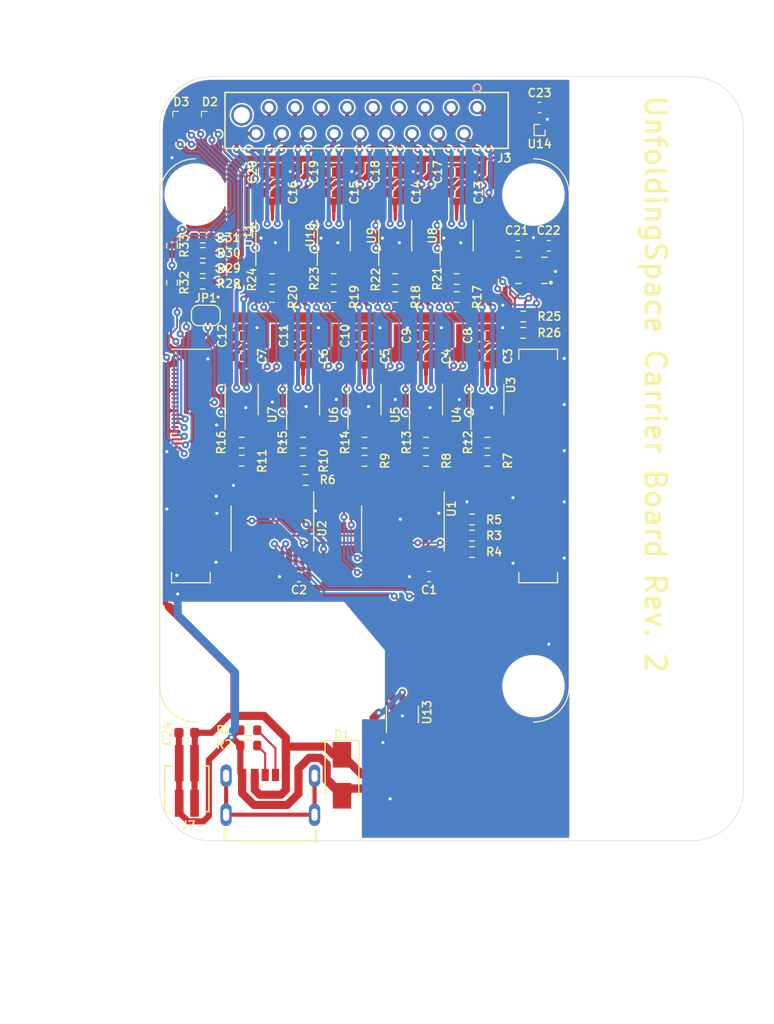
<source format=kicad_pcb>
(kicad_pcb (version 20210606) (generator pcbnew)
  (layers (0 "F.Cu" signal) (31 "B.Cu" signal) (34 "B.Paste" user) (35 "F.Paste" user) (36 "B.SilkS" user "B.Silkscreen") (37 "F.SilkS" user "F.Silkscreen") (38 "B.Mask" user) (39 "F.Mask" user) (44 "Edge.Cuts" user))
  (net 0 "")
  (net 68 "+3V3")
  (net 69 "Net-(C8-Pad1)")
  (net 70 "Net-(C9-Pad1)")
  (net 75 "Net-(C10-Pad1)")
  (net 81 "Net-(C11-Pad1)")
  (net 82 "Net-(C12-Pad1)")
  (net 83 "Net-(C17-Pad1)")
  (net 84 "Net-(C18-Pad1)")
  (net 85 "Net-(C19-Pad1)")
  (net 87 "Net-(C20-Pad1)")
  (net 89 "+5V")
  (net 90 "Net-(J1-PadA5)")
  (net 104 "M9-")
  (net 106 "M9+")
  (net 115 "Net-(R30-Pad2)")
  (net 123 "Net-(R33-Pad2)")
  (net 125 "Net-(D3-Pad2)")
  (net 127 "Net-(D3-Pad3)")
  (net 130 "EEPROM_nWP")
  (net 145 "GND")
  (net 146 "USB_D+")
  (net 147 "USB_D-")
  (net 148 "Net-(J1-PadB5)")
  (net 149 "RX")
  (net 150 "TX")
  (net 154 "SCL")
  (net 155 "SDA")
  (net 156 "Net-(R5-Pad2)")
  (net 157 "Net-(R6-Pad2)")
  (net 158 "SDA1")
  (net 159 "SDA3")
  (net 160 "SDA5")
  (net 161 "SDA7")
  (net 162 "SDA9")
  (net 163 "SDA2")
  (net 164 "SDA4")
  (net 165 "SDA6")
  (net 166 "SDA8")
  (net 173 "SCL5")
  (net 174 "SCL4")
  (net 175 "SCL3")
  (net 176 "SCL2")
  (net 177 "SCL1")
  (net 184 "SCL9")
  (net 185 "SCL8")
  (net 186 "SCL7")
  (net 187 "SCL6")
  (net 188 "M8-")
  (net 189 "M8+")
  (net 190 "M7-")
  (net 191 "M7+")
  (net 192 "M6-")
  (net 193 "M6+")
  (net 194 "M5-")
  (net 195 "M5+")
  (net 196 "M4-")
  (net 197 "M4+")
  (net 198 "M3-")
  (net 199 "M3+")
  (net 200 "M2-")
  (net 201 "M2+")
  (net 202 "M1-")
  (net 203 "M1+")
  (net 205 "LED1R")
  (net 206 "LED1G")
  (net 209 "Net-(J1-PadS1)")
  (net 210 "LED1B")
  (net 211 "LED2R")
  (net 212 "LED2G")
  (net 213 "LED2B")
  (net 214 "SDA_IMU")
  (net 215 "SCL_IMU")
  (net 216 "Net-(D2-Pad2)")
  (net 217 "Net-(D2-Pad3)")
  (footprint "Capacitor_SMD:C_0603_1608Metric" (layer "F.Cu") (at 132 37.7)
    (fp_text reference "C19")
    (fp_text value "1u" hide)
  )
  (footprint "BMX160:PQFN50P250X300X100-14N" (layer "F.Cu") (at 151.3 47.3 180)
    (fp_text reference "U12" hide)
    (fp_text value "LSM6DSxx" hide)
  )
  (footprint "Resistor_SMD:R_0603_1608Metric" (layer "F.Cu") (at 119.2 48.6)
    (fp_text reference "R28")
    (fp_text value "1K" hide)
  )
  (footprint "Resistor_SMD:R_0603_1608Metric" (layer "F.Cu") (at 138 49.9 180)
    (fp_text reference "R18")
    (fp_text value "2K2" hide)
  )
  (footprint "Resistor_SMD:R_0603_1608Metric" (layer "F.Cu") (at 132 49.9 180)
    (fp_text reference "R19")
    (fp_text value "2K2" hide)
  )
  (footprint "Resistor_SMD:R_0603_1608Metric" (layer "F.Cu") (at 144 49.9 180)
    (fp_text reference "R17")
    (fp_text value "2K2" hide)
  )
  (footprint "Capacitor_SMD:C_0603_1608Metric" (layer "F.Cu") (at 150 44.9)
    (fp_text reference "C21")
    (fp_text value "100n" hide)
  )
  (footprint "Capacitor_SMD:C_0603_1608Metric" (layer "F.Cu") (at 132 39.7)
    (fp_text reference "C15")
    (fp_text value "1u" hide)
  )
  (footprint "Resistor_SMD:R_0603_1608Metric" (layer "F.Cu") (at 147 65.9 180)
    (fp_text reference "R7")
    (fp_text value "2K2" hide)
  )
  (footprint "Connector_Wire:SolderWirePad_1x01_SMD_1x2mm" (layer "F.Cu") (at 139.4 94.1)
    (fp_text reference "J5" hide)
    (fp_text value "Conn_01x01_Female" hide)
  )
  (footprint "Capacitor_SMD:C_0603_1608Metric" (layer "F.Cu") (at 135 53.7)
    (fp_text reference "C10")
    (fp_text value "1u" hide)
  )
  (footprint "Resistor_SMD:R_0603_1608Metric" (layer "F.Cu") (at 123 65.885 180)
    (fp_text reference "R11")
    (fp_text value "2K2" hide)
  )
  (footprint "Package_BGA:WLP-4_0.86x0.86mm_P0.4mm" (layer "F.Cu") (at 152.1 33.6 -90)
    (fp_text reference "U14")
    (fp_text value "MMC5633NJL" hide)
  )
  (footprint "Jumper:SolderJumper-2_P1.3mm_Open_RoundedPad1.0x1.5mm" (layer "F.Cu") (at 119.5 51.7 180)
    (fp_text reference "JP1")
    (fp_text value "SolderJumper_2_Open" hide)
  )
  (footprint "Resistor_SMD:R_0603_1608Metric" (layer "F.Cu") (at 119.2 47.1)
    (fp_text reference "R29")
    (fp_text value "220" hide)
  )
  (footprint "Resistor_SMD:R_0603_1608Metric" (layer "F.Cu") (at 116.2 44.9 90)
    (fp_text reference "R33")
    (fp_text value "150" hide)
  )
  (footprint "Resistor_SMD:R_0603_1608Metric" (layer "F.Cu") (at 141 64.125 180)
    (fp_text reference "R13")
    (fp_text value "2K2" hide)
  )
  (footprint "CM4IO:Raspberry-Pi-4-Compute-Module" (layer "F.Cu") (at 118.5 87.9)
    (fp_text reference "Module1" hide)
    (fp_text value "ComputeModule4-CM4" hide)
  )
  (footprint "Resistor_SMD:R_0603_1608Metric" (layer "F.Cu") (at 129.25 67.7625 180)
    (fp_text reference "R6")
    (fp_text value "10K" hide)
  )
  (footprint "Capacitor_SMD:C_0603_1608Metric" (layer "F.Cu") (at 144.07 39.7)
    (fp_text reference "C13")
    (fp_text value "1u" hide)
  )
  (footprint "Capacitor_SMD:C_0603_1608Metric" (layer "F.Cu") (at 141 53.7)
    (fp_text reference "C9")
    (fp_text value "1u" hide)
  )
  (footprint "Resistor_SMD:R_0603_1608Metric" (layer "F.Cu") (at 123.7 92.2 180)
    (fp_text reference "R1")
    (fp_text value "5K1" hide)
  )
  (footprint "Capacitor_SMD:C_0603_1608Metric" (layer "F.Cu") (at 135 55.675)
    (fp_text reference "C5")
    (fp_text value "1u" hide)
  )
  (footprint "Connector_Wire:SolderWirePad_1x01_SMD_1x2mm" (layer "F.Cu") (at 135.9 97.9 -90)
    (fp_text reference "J6" hide)
    (fp_text value "Conn_01x01_Female" hide)
  )
  (footprint "Capacitor_SMD:C_0603_1608Metric" (layer "F.Cu") (at 125.97 39.7)
    (fp_text reference "C16")
    (fp_text value "1u" hide)
  )
  (footprint "Package_SO:TSSOP-24_4.4x7.8mm_P0.65mm" (layer "F.Cu") (at 126 72.5 -90)
    (fp_text reference "U2")
    (fp_text value "TCA9548APWR" hide)
  )
  (footprint "" (layer "F.Cu") (at 155.6 38 90)
    (fp_text reference "")
    (fp_text value "")
  )
  (footprint "Capacitor_SMD:C_0603_1608Metric" (layer "F.Cu") (at 137.995 39.7)
    (fp_text reference "C14")
    (fp_text value "1u" hide)
  )
  (footprint "Package_SO:TSSOP-24_4.4x7.8mm_P0.65mm" (layer "F.Cu") (at 138.75 72.5 -90)
    (fp_text reference "U1")
    (fp_text value "TCA9548APWR" hide)
  )
  (footprint "Resistor_SMD:R_0603_1608Metric" (layer "F.Cu") (at 123 64.1175 180)
    (fp_text reference "R16")
    (fp_text value "2K2" hide)
  )
  (footprint "Resistor_SMD:R_0603_1608Metric" (layer "F.Cu") (at 123.7 93.7 180)
    (fp_text reference "R2")
    (fp_text value "5K1" hide)
  )
  (footprint "Diode_SMD:D_SMA" (layer "F.Cu") (at 132.8 96.6 -90)
    (fp_text reference "D1")
    (fp_text value "SMBJ5.0A" hide)
  )
  (footprint "Capacitor_SMD:C_0603_1608Metric" (layer "F.Cu") (at 123 53.715)
    (fp_text reference "C12")
    (fp_text value "1u" hide)
  )
  (footprint "Package_SO:VSSOP-10_3x3mm_P0.5mm" (layer "F.Cu") (at 147 59.9 90)
    (fp_text reference "U3")
    (fp_text value "DRV2605LDGS" hide)
  )
  (footprint "Connector_Wire:SolderWirePad_1x01_SMD_1x2mm" (layer "F.Cu") (at 138 94.1)
    (fp_text reference "J4" hide)
    (fp_text value "Conn_01x01_Female" hide)
  )
  (footprint "Capacitor_SMD:C_0603_1608Metric" (layer "F.Cu") (at 117.65 92.45 180)
    (fp_text reference "C24")
    (fp_text value "1u" hide)
  )
  (footprint "Connector_Wire:SolderWirePad_1x01_SMD_1x2mm" (layer "F.Cu") (at 135.9 96.5 -90)
    (fp_text reference "J2" hide)
    (fp_text value "Conn_01x01_Female" hide)
  )
  (footprint "Package_SO:VSSOP-10_3x3mm_P0.5mm" (layer "F.Cu") (at 135 59.9 90)
    (fp_text reference "U5")
    (fp_text value "DRV2605LDGS" hide)
  )
  (footprint "Resistor_SMD:R_0603_1608Metric" (layer "F.Cu") (at 145.5 73.2 180)
    (fp_text reference "R3")
    (fp_text value "2K2" hide)
  )
  (footprint "Resistor_SMD:R_0603_1608Metric" (layer "F.Cu") (at 125.97 49.9 180)
    (fp_text reference "R20")
    (fp_text value "2K2" hide)
  )
  (footprint "Resistor_SMD:R_0603_1608Metric" (layer "F.Cu") (at 135 65.9 180)
    (fp_text reference "R9")
    (fp_text value "2K2" hide)
  )
  (footprint "Capacitor_SMD:C_0603_1608Metric" (layer "F.Cu") (at 141 55.675)
    (fp_text reference "C4")
    (fp_text value "1u" hide)
  )
  (footprint "Capacitor_SMD:C_0603_1608Metric" (layer "F.Cu") (at 128.6 77.2 180)
    (fp_text reference "C2")
    (fp_text value "1u" hide)
  )
  (footprint "Resistor_SMD:R_0603_1608Metric" (layer "F.Cu") (at 116.2 48.5 90)
    (fp_text reference "R32")
    (fp_text value "220" hide)
  )
  (footprint "Resistor_SMD:R_0603_1608Metric" (layer "F.Cu") (at 138 48.15 180)
    (fp_text reference "R22")
    (fp_text value "2K2" hide)
  )
  (footprint "Package_SO:VSSOP-10_3x3mm_P0.5mm" (layer "F.Cu") (at 132 43.9 90)
    (fp_text reference "U10")
    (fp_text value "DRV2605LDGS" hide)
  )
  (footprint "Resistor_SMD:R_0603_1608Metric" (layer "F.Cu") (at 145.5 71.6125 180)
    (fp_text reference "R5")
    (fp_text value "10K" hide)
  )
  (footprint "Resistor_SMD:R_0603_1608Metric" (layer "F.Cu") (at 150.5 53.4)
    (fp_text reference "R26")
    (fp_text value "2K2" hide)
  )
  (footprint "Pico-Spox:PICOspox-2-v" (layer "F.Cu") (at 117.65 97.15 -90)
    (fp_text reference "J7")
    (fp_text value "Fan" hide)
  )
  (footprint "USB4125-GF-A_REVA:GCT_USB4125-GF-A_REVA" (layer "F.Cu") (at 125.8 96.65)
    (fp_text reference "J1")
    (fp_text value "USB4125-GF-A_REVA" hide)
  )
  (footprint "Resistor_SMD:R_0603_1608Metric" (layer "F.Cu") (at 119.2 45.6)
    (fp_text reference "R30")
    (fp_text value "150" hide)
  )
  (footprint "Capacitor_SMD:C_0603_1608Metric" (layer "F.Cu") (at 141.3 77.2 180)
    (fp_text reference "C1")
    (fp_text value "1u" hide)
  )
  (footprint "Resistor_SMD:R_0603_1608Metric" (layer "F.Cu") (at 129 64.125 180)
    (fp_text reference "R15")
    (fp_text value "2K2" hide)
  )
  (footprint "Capacitor_SMD:C_0603_1608Metric" (layer "F.Cu") (at 147 55.675)
    (fp_text reference "C3")
    (fp_text value "1u" hide)
  )
  (footprint "RGBLED:UHD1110-FKA" (layer "F.Cu") (at 117.1 32.6)
    (fp_text reference "D3")
    (fp_text value "UHD1110-FKA" hide)
  )
  (footprint "Resistor_SMD:R_0603_1608Metric" (layer "F.Cu") (at 125.97 48.15 180)
    (fp_text reference "R24")
    (fp_text value "2K2" hide)
  )
  (footprint "Capacitor_SMD:C_0603_1608Metric" (layer "F.Cu") (at 147 53.7)
    (fp_text reference "C8")
    (fp_text value "1u" hide)
  )
  (footprint "Package_SO:VSSOP-10_3x3mm_P0.5mm" (layer "F.Cu") (at 144 43.9 90)
    (fp_text reference "U8")
    (fp_text value "DRV2605LDGS" hide)
  )
  (footprint "Resistor_SMD:R_0603_1608Metric" (layer "F.Cu") (at 119.2 44.1)
    (fp_text reference "R31")
    (fp_text value "1K" hide)
  )
  (footprint "Capacitor_SMD:C_0603_1608Metric" (layer "F.Cu") (at 125.97 37.7)
    (fp_text reference "C20")
    (fp_text value "1u" hide)
  )
  (footprint "Package_SO:VSSOP-10_3x3mm_P0.5mm" (layer "F.Cu") (at 141 59.9 90)
    (fp_text reference "U4")
    (fp_text value "DRV2605LDGS" hide)
  )
  (footprint "Package_TO_SOT_SMD:SOT-23-6" (layer "F.Cu") (at 138.7 90.65 90)
    (fp_text reference "U13")
    (fp_text value "WE 82400102" hide)
  )
  (footprint "Capacitor_SMD:C_0603_1608Metric" (layer "F.Cu") (at 144.07 37.7)
    (fp_text reference "C17")
    (fp_text value "1u" hide)
  )
  (footprint "Resistor_SMD:R_0603_1608Metric" (layer "F.Cu") (at 129 65.9 180)
    (fp_text reference "R10")
    (fp_text value "2K2" hide)
  )
  (footprint "own:SteckerMicro-USB30-gewinkelt" (layer "F.Cu") (at 164.6 95.9 -90)
    (fp_text reference "ToFCam-Stecker" hide)
    (fp_text value "ToFCam-Stecker" hide)
  )
  (footprint "RGBLED:UHD1110-FKA" (layer "F.Cu") (at 119.9 32.6)
    (fp_text reference "D2")
    (fp_text value "UHD1110-FKA" hide)
  )
  (footprint "Package_SO:VSSOP-10_3x3mm_P0.5mm" (layer "F.Cu") (at 126 43.9 90)
    (fp_text reference "U11")
    (fp_text value "DRV2605LDGS" hide)
  )
  (footprint "Capacitor_SMD:C_0603_1608Metric" (layer "F.Cu") (at 137.995 37.7)
    (fp_text reference "C18")
    (fp_text value "1u" hide)
  )
  (footprint "Resistor_SMD:R_0603_1608Metric" (layer "F.Cu") (at 150.5 51.8)
    (fp_text reference "R25")
    (fp_text value "2K2" hide)
  )
  (footprint "Resistor_SMD:R_0603_1608Metric" (layer "F.Cu") (at 147 64.125 180)
    (fp_text reference "R12")
    (fp_text value "2K2" hide)
  )
  (footprint "Resistor_SMD:R_0603_1608Metric" (layer "F.Cu") (at 145.5 74.8 180)
    (fp_text reference "R4")
    (fp_text value "2K2" hide)
  )
  (footprint "Resistor_SMD:R_0603_1608Metric" (layer "F.Cu") (at 132 48.15 180)
    (fp_text reference "R23")
    (fp_text value "2K2" hide)
  )
  (footprint "Resistor_SMD:R_0603_1608Metric" (layer "F.Cu") (at 141 65.9 180)
    (fp_text reference "R8")
    (fp_text value "2K2" hide)
  )
  (footprint "Capacitor_SMD:C_0603_1608Metric" (layer "F.Cu") (at 129 53.7)
    (fp_text reference "C11")
    (fp_text value "1u" hide)
  )
  (footprint "footprints:1-338068-8" (layer "F.Cu") (at 146 31.4 180)
    (fp_text reference "J3")
    (fp_text value "1-338068-8" hide)
  )
  (footprint "Capacitor_SMD:C_0603_1608Metric" (layer "F.Cu") (at 129 55.675)
    (fp_text reference "C6")
    (fp_text value "1u" hide)
  )
  (footprint "Package_SO:VSSOP-10_3x3mm_P0.5mm" (layer "F.Cu") (at 138 43.9 90)
    (fp_text reference "U9")
    (fp_text value "DRV2605LDGS" hide)
  )
  (footprint "Package_SO:VSSOP-10_3x3mm_P0.5mm" (layer "F.Cu") (at 123 59.9 90)
    (fp_text reference "U7")
    (fp_text value "DRV2605LDGS" hide)
  )
  (footprint "Package_SO:VSSOP-10_3x3mm_P0.5mm" (layer "F.Cu") (at 129 59.9 90)
    (fp_text reference "U6")
    (fp_text value "DRV2605LDGS" hide)
  )
  (footprint "Capacitor_SMD:C_0603_1608Metric" (layer "F.Cu") (at 153 44.9 180)
    (fp_text reference "C22")
    (fp_text value "100n" hide)
  )
  (footprint "Resistor_SMD:R_0603_1608Metric" (layer "F.Cu") (at 135 64.125 180)
    (fp_text reference "R14")
    (fp_text value "2K2" hide)
  )
  (footprint "Capacitor_SMD:C_0603_1608Metric" (layer "F.Cu") (at 152.1 31.4)
    (fp_text reference "C23")
    (fp_text value "2.2u" hide)
  )
  (footprint "Resistor_SMD:R_0603_1608Metric" (layer "F.Cu") (at 144 48.15 180)
    (fp_text reference "R21")
    (fp_text value "2K2" hide)
  )
  (footprint "Capacitor_SMD:C_0603_1608Metric" (layer "F.Cu") (at 123 55.6825)
    (fp_text reference "C7")
    (fp_text value "1u" hide)
  )
  (gr_arc (start 167 33.4) (end 172 33.4) (angle -90) (layer "Edge.Cuts") (width 0.05))
  (gr_arc (start 167 98) (end 167 103) (angle -90) (layer "Edge.Cuts") (width 0.05))
  (gr_line (start 167 103) (end 120 103) (layer "Edge.Cuts") (width 0.05))
  (gr_line (start 115 98) (end 115 33.4) (layer "Edge.Cuts") (width 0.05))
  (gr_arc (start 120 33.4) (end 120 28.4) (angle -90) (layer "Edge.Cuts") (width 0.05))
  (gr_line (start 120 28.4) (end 167 28.4) (layer "Edge.Cuts") (width 0.05))
  (gr_line (start 172 98) (end 172 33.4) (layer "Edge.Cuts") (width 0.05))
  (gr_arc (start 120 98) (end 115 98) (angle -90) (layer "Edge.Cuts") (width 0.05))
  (gr_text "UnfoldingSpace Carrier Board Rev. 2" (at 163.4 58.4 270) (layer "F.SilkS") (effects (font (size 2 2) (thickness 0.34))))
  (segment (start 124.898022 43.029151) (end 124.898022 41.801978) (width 0.2) (layer "F.Cu") (net 68))
  (segment (start 130 62.1) (end 130.15 61.95) (width 0.2) (layer "F.Cu") (net 68))
  (segment (start 120.200489 31.750489) (end 117.599511 31.750489) (width 0.2) (layer "F.Cu") (net 68))
  (segment (start 130.15 59.85) (end 130.15 57.85) (width 0.2) (layer "F.Cu") (net 68))
  (segment (start 119.58 73) (end 118.4 73) (width 0.2) (layer "F.Cu") (net 68))
  (segment (start 130.85 41.85) (end 131 41.7) (width 0.2) (layer "F.Cu") (net 68))
  (segment (start 137.618872 43.75) (end 136.85 42.981128) (width 0.2) (layer "F.Cu") (net 68))
  (segment (start 149.675 51.8) (end 149.675 50.825) (width 0.2) (layer "F.Cu") (net 68))
  (segment (start 122.1 48.2) (end 122.1 37.3) (width 1) (layer "F.Cu") (net 68))
  (segment (start 118.1 72.3) (end 118.1 73.3) (width 1) (layer "F.Cu") (net 68))
  (segment (start 141.2 54.7) (end 143.5 54.7) (width 0.4) (layer "F.Cu") (net 68))
  (segment (start 143.5 54.7) (end 143.6 54.6) (width 0.3) (layer "F.Cu") (net 68))
  (segment (start 142 62.1) (end 142 63.95) (width 0.2) (layer "F.Cu") (net 68))
  (segment (start 133.85 57.85) (end 134 57.7) (width 0.2) (layer "F.Cu") (net 68))
  (segment (start 146.325 75.397874) (end 146.325 74.8) (width 0.6) (layer "F.Cu") (net 68))
  (segment (start 120 78.3) (end 129.5 78.3) (width 0.6) (layer "F.Cu") (net 68))
  (segment (start 125.5 51.9) (end 125.5 54.7) (width 0.4) (layer "F.Cu") (net 68))
  (segment (start 134.8 36.4) (end 140.8 36.4) (width 0.6) (layer "F.Cu") (net 68))
  (segment (start 123.2075 54.7) (end 125.5 54.7) (width 0.4) (layer "F.Cu") (net 68))
  (segment (start 124.15 57.85) (end 124 57.7) (width 0.2) (layer "F.Cu") (net 68))
  (segment (start 145.9 38.7) (end 146.7 37.9) (width 0.4) (layer "F.Cu") (net 68))
  (segment (start 140 55.9) (end 140.225 55.675) (width 0.3) (layer "F.Cu") (net 68))
  (segment (start 139.15 43.75) (end 137.618872 43.75) (width 0.2) (layer "F.Cu") (net 68))
  (segment (start 150.8 48.95) (end 150.8 48.21) (width 0.2) (layer "F.Cu") (net 68))
  (segment (start 133 47.975) (end 132.825 48.15) (width 0.2) (layer "F.Cu") (net 68))
  (segment (start 120.25 31.8) (end 120.200489 31.750489) (width 0.2) (layer "F.Cu") (net 68))
  (segment (start 118.514281 63.925941) (end 118.514424 63.926084) (width 1) (layer "F.Cu") (net 68))
  (segment (start 149.225 44.9) (end 149.225 45.635) (width 0.2) (layer "F.Cu") (net 68))
  (segment (start 129.375 78.175) (end 129.375 77.2125) (width 0.6) (layer "F.Cu") (net 68))
  (segment (start 148 63.95) (end 147.825 64.125) (width 0.2) (layer "F.Cu") (net 68))
  (segment (start 133.735277 38.7) (end 134.8 37.635277) (width 0.4) (layer "F.Cu") (net 68))
  (segment (start 142.15 59.85) (end 140.718872 59.85) (width 0.2) (layer "F.Cu") (net 68))
  (segment (start 129.3 72.1) (end 128.925 71.725) (width 0.4) (layer "F.Cu") (net 68))
  (segment (start 142.15 57.85) (end 142.15 59.85) (width 0.2) (layer "F.Cu") (net 68))
  (segment (start 124.15 59.95) (end 124.15 57.85) (width 0.2) (layer "F.Cu") (net 68))
  (segment (start 143 41.7) (end 143 39.995) (width 0.3) (layer "F.Cu") (net 68))
  (segment (start 138.22 38.7) (end 139.735277 38.7) (width 0.4) (layer "F.Cu") (net 68))
  (segment (start 133.15 43.75) (end 133.15 41.85) (width 0.2) (layer "F.Cu") (net 68))
  (segment (start 124.898022 41.801978) (end 125 41.7) (width 0.2) (layer "F.Cu") (net 68))
  (segment (start 133.85 58.981128) (end 133.85 57.85) (width 0.2) (layer "F.Cu") (net 68))
  (segment (start 142.85 42.981128) (end 142.85 41.85) (width 0.2) (layer "F.Cu") (net 68))
  (segment (start 125 39.895) (end 125.195 39.7) (width 0.3) (layer "F.Cu") (net 68))
  (segment (start 118.1 72.3) (end 118.1 71.7) (width 1) (layer "F.Cu") (net 68))
  (segment (start 124.15 59.95) (end 122.818871 59.95) (width 0.2) (layer "F.Cu") (net 68))
  (segment (start 145.15 43.75) (end 145.15 41.85) (width 0.2) (layer "F.Cu") (net 68))
  (segment (start 146.325 71.6125) (end 146.325 71.675) (width 0.2) (layer "F.Cu") (net 68))
  (segment (start 148 62.1) (end 148 63.95) (width 0.2) (layer "F.Cu") (net 68))
  (segment (start 131.5 51.9) (end 131.5 54.6) (width 0.4) (layer "F.Cu") (net 68))
  (segment (start 142.15 61.95) (end 142 62.1) (width 0.2) (layer "F.Cu") (net 68))
  (segment (start 127.735277 38.7) (end 128.7 37.735277) (width 0.4) (layer "F.Cu") (net 68))
  (segment (start 141.975 77.2125) (end 141.975 78.0375) (width 0.4) (layer "F.Cu") (net 68))
  (segment (start 149.225 44.675) (end 150.6 43.3) (width 0.2) (layer "F.Cu") (net 68))
  (segment (start 128.718872 59.85) (end 127.85 58.981128) (width 0.2) (layer "F.Cu") (net 68))
  (segment (start 122 55.9075) (end 122.225 55.6825) (width 0.3) (layer "F.Cu") (net 68))
  (segment (start 119.58 71.8) (end 118.2 71.8) (width 0.2) (layer "F.Cu") (net 68))
  (segment (start 133.15 41.85) (end 133 41.7) (width 0.2) (layer "F.Cu") (net 68))
  (segment (start 122.225 55.6825) (end 123.2075 54.7) (width 0.4) (layer "F.Cu") (net 68))
  (segment (start 146.562723 59.85) (end 145.85 59.137277) (width 0.2) (layer "F.Cu") (net 68))
  (segment (start 127 47.945) (end 126.795 48.15) (width 0.2) (layer "F.Cu") (net 68))
  (segment (start 118.504911 64.763613) (end 118.504911 71.295089) (width 1) (layer "F.Cu") (net 68))
  (segment (start 148.15 57.85) (end 148.15 59.85) (width 0.2) (layer "F.Cu") (net 68))
  (segment (start 130 62.1) (end 130 63.95) (width 0.2) (layer "F.Cu") (net 68))
  (segment (start 149.225 49.625) (end 149.225 44.9) (width 0.2) (layer "F.Cu") (net 68))
  (segment (start 130.15 61.95) (end 130.15 59.85) (width 0.2) (layer "F.Cu") (net 68))
  (segment (start 139.9 59.031128) (end 139.9 57.8) (width 0.2) (layer "F.Cu") (net 68))
  (segment (start 137.22 39.7) (end 138.22 38.7) (width 0.4) (layer "F.Cu") (net 68))
  (segment (start 141.975 78.0375) (end 141.62548 78.38702) (width 0.4) (layer "F.Cu") (net 68))
  (segment (start 139.15 43.75) (end 139.15 41.85) (width 0.2) (layer "F.Cu") (net 68))
  (segment (start 139 46.1) (end 139 47.975) (width 0.2) (layer "F.Cu") (net 68))
  (segment (start 118.504911 71.295089) (end 118.1 71.7) (width 1) (layer "F.Cu") (net 68))
  (segment (start 142 57.7) (end 142.15 57.85) (width 0.2) (layer "F.Cu") (net 68))
  (segment (start 129.575 76.9125) (end 129.375 77.1125) (width 0.4) (layer "F.Cu") (net 68))
  (segment (start 119.07088 77.4) (end 119.1 77.4) (width 0.6) (layer "F.Cu") (net 68))
  (segment (start 124 63.9425) (end 123.825 64.1175) (width 0.2) (layer "F.Cu") (net 68))
  (segment (start 139 47.975) (end 138.825 48.15) (width 0.2) (layer "F.Cu") (net 68))
  (segment (start 146.325 73.2) (end 146.325 71.6125) (width 0.6) (layer "F.Cu") (net 68))
  (segment (start 142 63.95) (end 141.825 64.125) (width 0.2) (layer "F.Cu") (net 68))
  (segment (start 136.85 42.981128) (end 136.85 41.85) (width 0.2) (layer "F.Cu") (net 68))
  (segment (start 136.85 41.85) (end 137 41.7) (width 0.2) (layer "F.Cu") (net 68))
  (segment (start 131.225 39.7) (end 132.225 38.7) (width 0.4) (layer "F.Cu") (net 68))
  (segment (start 149.9 32.2) (end 150.7 31.4) (width 0.2) (layer "F.Cu") (net 68))
  (segment (start 133 46.1) (end 133.15 45.95) (width 0.2) (layer "F.Cu") (net 68))
  (segment (start 153.05048 45.62452) (end 152.56548 45.62452) (width 0.2) (layer "F.Cu") (net 68))
  (segment (start 137 39.92) (end 137.22 39.7) (width 0.3) (layer "F.Cu") (net 68))
  (segment (start 146 57.7) (end 146 55.9) (width 0.3) (layer "F.Cu") (net 68))
  (segment (start 122.1 37.3) (end 122.5 36.9) (width 1) (layer "F.Cu") (net 68))
  (segment (start 127.85 58.981128) (end 127.85 57.85) (width 0.2) (layer "F.Cu") (net 68))
  (segment (start 135 51.9) (end 131.5 51.9) (width 1) (layer "F.Cu") (net 68))
  (segment (start 132.825 48.15) (end 132.825 49.9) (width 0.2) (layer "F.Cu") (net 68))
  (segment (start 118.2 73.4) (end 118.1 73.3) (width 0.2) (layer "F.Cu") (net 68))
  (segment (start 136.15 59.85) (end 134.718872 59.85) (width 0.2) (layer "F.Cu") (net 68))
  (segment (start 136.15 57.85) (end 136 57.7) (width 0.2) (layer "F.Cu") (net 68))
  (segment (start 121.7 51.9) (end 121.7 48.6) (width 1) (layer "F.Cu") (net 68))
  (segment (start 128.225 55.675) (end 129.2 54.7) (width 0.4) (layer "F.Cu") (net 68))
  (segment (start 137.5 51.9) (end 137.5 54.6) (width 0.4) (layer "F.Cu") (net 68))
  (segment (start 133 46.1) (end 133 47.975) (width 0.2) (layer "F.Cu") (net 68))
  (segment (start 118.504911 55.695089) (end 118.504911 63.014313) (width 1) (layer "F.Cu") (net 68))
  (segment (start 133.15 43.75) (end 131.618872 43.75) (width 0.2) (layer "F.Cu") (net 68))
  (segment (start 118.517813 63.855231) (end 118.504911 63.868133) (width 1) (layer "F.Cu") (net 68))
  (segment (start 131 41.7) (end 131 39.925) (width 0.3) (layer "F.Cu") (net 68))
  (segment (start 119.07088 77.4) (end 118.1 76.42912) (width 0.6) (layer "F.Cu") (net 68))
  (segment (start 134 57.7) (end 134 55.9) (width 0.3) (layer "F.Cu") (net 68))
  (segment (start 129.5 78.3) (end 129.375 78.175) (width 0.6) (layer "F.Cu") (net 68))
  (segment (start 145.15 43.75) (end 143.618872 43.75) (width 0.2) (layer "F.Cu") (net 68))
  (segment (start 145.15 45.95) (end 145.15 43.75) (width 0.2) (layer "F.Cu") (net 68))
  (segment (start 120.25 32.25) (end 120.25 31.8) (width 0.2) (layer "F.Cu") (net 68))
  (segment (start 125.2 39.7) (end 126.2 38.7) (width 0.4) (layer "F.Cu") (net 68))
  (segment (start 149.7 51.9) (end 149.7 54.1) (width 0.4) (layer "F.Cu") (net 68))
  (segment (start 121.327429 35.727429) (end 121.327429 33.028407) (width 0.2) (layer "F.Cu") (net 68))
  (segment (start 136 63.95) (end 136 62.1) (width 0.2) (layer "F.Cu") (net 68))
  (segment (start 118.4 73) (end 118.1 73.3) (width 0.2) (layer "F.Cu") (net 68))
  (segment (start 128.7 36.4) (end 123 36.4) (width 0.6) (layer "F.Cu") (net 68))
  (segment (start 117.599511 31.750489) (end 117.45 31.9) (width 0.2) (layer "F.Cu") (net 68))
  (segment (start 152.56548 45.62452) (end 151.8 46.39) (width 0.2) (layer "F.Cu") (net 68))
  (segment (start 121.7 51.9) (end 121.7 52.5) (width 1) (layer "F.Cu") (net 68))
  (segment (start 130.15 57.85) (end 130 57.7) (width 0.2) (layer "F.Cu") (net 68))
  (segment (start 148.15 59.85) (end 148.15 61.95) (width 0.2) (layer "F.Cu") (net 68))
  (segment (start 127 46.1) (end 127.15 45.95) (width 0.2) (layer "F.Cu") (net 68))
  (segment (start 138.825 48.15) (end 138.825 49.9) (width 0.2) (layer "F.Cu") (net 68))
  (segment (start 117.45 31.9) (end 117.45 32.25) (width 0.2) (layer "F.Cu") (net 68))
  (segment (start 120.549022 32.25) (end 120.25 32.25) (width 0.2) (layer "F.Cu") (net 68))
  (segment (start 122.5 36.9) (end 121.327429 35.727429) (width 0.2) (layer "F.Cu") (net 68))
  (segment (start 149.1 54.7) (end 149.7 54.1) (width 0.4) (layer "F.Cu") (net 68))
  (segment (start 140.75 51.9) (end 142 51.9) (width 1) (layer "F.Cu") (net 68))
  (segment (start 118.1 76.42912) (end 118.1 73.3) (width 0.6) (layer "F.Cu") (net 68))
  (segment (start 119.1 77.4) (end 120 78.3) (width 0.6) (layer "F.Cu") (net 68))
  (segment (start 122.5 36.9) (end 123 36.4) (width 1) (layer "F.Cu") (net 68))
  (segment (start 134.8 37.635277) (end 134.8 36.4) (width 0.4) (layer "F.Cu") (net 68))
  (segment (start 139 46.1) (end 139.15 45.95) (width 0.2) (layer "F.Cu") (net 68))
  (segment (start 127.15 43.75) (end 127.15 41.85) (width 0.2) (layer "F.Cu") (net 68))
  (segment (start 121.85 57.85) (end 122 57.7) (width 0.2) (layer "F.Cu") (net 68))
  (segment (start 129.5 78.3) (end 131.1 78.3) (width 0.6) (layer "F.Cu") (net 68))
  (segment (start 150.7 31.4) (end 151.325 31.4) (width 0.2) (layer "F.Cu") (net 68))
  (segment (start 131 39.925) (end 131.225 39.7) (width 0.3) (layer "F.Cu") (net 68))
  (segment (start 142.85 41.85) (end 143 41.7) (width 0.2) (layer "F.Cu") (net 68))
  (segment (start 149.675 50.825) (end 149.675 50.075) (width 0.2) (layer "F.Cu") (net 68))
  (segment (start 129.575 75.375) (end 129.575 76.9125) (width 0.4) (layer "F.Cu") (net 68))
  (segment (start 118.504911 63.915693) (end 118.514281 63.925063) (width 1) (layer "F.Cu") (net 68))
  (segment (start 130.011502 67.7625) (end 130.075 67.7625) (width 0.4) (layer "F.Cu") (net 68))
  (segment (start 144.825 48.15) (end 144.825 49.9) (width 0.2) (layer "F.Cu") (net 68))
  (segment (start 118.514424 63.926084) (end 118.514424 64.7541) (width 1) (layer "F.Cu") (net 68))
  (segment (start 140 51.9) (end 140.75 51.9) (width 1) (layer "F.Cu") (net 68))
  (segment (start 136.15 61.95) (end 136.15 59.85) (width 0.2) (layer "F.Cu") (net 68))
  (segment (start 128.925 68.849002) (end 130.011502 67.7625) (width 0.4) (layer "F.Cu") (net 68))
  (segment (start 121.85 58.981129) (end 121.85 57.85) (width 0.2) (layer "F.Cu") (net 68))
  (segment (start 122 57.7) (end 122 55.9075) (width 0.3) (layer "F.Cu") (net 68))
  (segment (start 119.58 73.4) (end 118.2 73.4) (width 0.2) (layer "F.Cu") (net 68))
  (segment (start 128.925 69.65) (end 128.925 68.849002) (width 0.4) (layer "F.Cu") (net 68))
  (segment (start 146 55.9) (end 146.225 55.675) (width 0.3) (layer "F.Cu") (net 68))
  (segment (start 128 55.9) (end 128.225 55.675) (width 0.3) (layer "F.Cu") (net 68))
  (segment (start 121.7 48.6) (end 122.1 48.2) (width 1) (layer "F.Cu") (net 68))
  (segment (start 125 41.7) (end 125 39.895) (width 0.3) (layer "F.Cu") (net 68))
  (segment (start 145.85 59.137277) (end 145.85 57.85) (width 0.2) (layer "F.Cu") (net 68))
  (segment (start 149.675 50.075) (end 149.225 49.625) (width 0.2) (layer "F.Cu") (net 68))
  (segment (start 128.925 71.725) (end 128.925 69.65) (width 0.4) (layer "F.Cu") (net 68))
  (segment (start 137 41.7) (end 137 39.92) (width 0.3) (layer "F.Cu") (net 68))
  (segment (start 128.7 36.4) (end 134.8 36.4) (width 0.6) (layer "F.Cu") (net 68))
  (segment (start 146.7 37.9) (end 146.7 36.4) (width 0.4) (layer "F.Cu") (net 68))
  (segment (start 139.735277 38.7) (end 140.8 37.635277) (width 0.4) (layer "F.Cu") (net 68))
  (segment (start 146.225 55.675) (end 147.2 54.7) (width 0.4) (layer "F.Cu") (net 68))
  (segment (start 139.15 45.95) (end 139.15 43.75) (width 0.2) (layer "F.Cu") (net 68))
  (segment (start 143.618872 43.75) (end 142.85 42.981128) (width 0.2) (layer "F.Cu") (net 68))
  (segment (start 128.7 37.735277) (end 128.7 36.4) (width 0.4) (layer "F.Cu") (net 68))
  (segment (start 151.9 31.975) (end 151.325 31.4) (width 0.2) (layer "F.Cu") (net 68))
  (segment (start 141.825 64.125) (end 141.825 65.9) (width 0.2) (layer "F.Cu") (net 68))
  (segment (start 125.618871 43.75) (end 124.898022 43.029151) (width 0.2) (layer "F.Cu") (net 68))
  (segment (start 131.618872 43.75) (end 130.85 42.981128) (width 0.2) (layer "F.Cu") (net 68))
  (segment (start 149.225 45.635) (end 150.14 46.55) (width 0.2) (layer "F.Cu") (net 68))
  (segment (start 123.825 64.1175) (end 123.825 65.885) (width 0.2) (layer "F.Cu") (net 68))
  (segment (start 131 74.5) (end 131 78.2) (width 0.4) (layer "F.Cu") (net 68))
  (segment (start 142.325 76.6625) (end 141.975 77.0125) (width 0.4) (layer "F.Cu") (net 68))
  (segment (start 143.422874 78.3) (end 146.325 75.397874) (width 0.6) (layer "F.Cu") (net 68))
  (segment (start 145.85 57.85) (end 146 57.7) (width 0.2) (layer "F.Cu") (net 68))
  (segment (start 139.15 41.85) (end 139 41.7) (width 0.2) (layer "F.Cu") (net 68))
  (segment (start 143.6 51.9) (end 149.7 51.9) (width 1) (layer "F.Cu") (net 68))
  (segment (start 148 57.7) (end 148.15 57.85) (width 0.2) (layer "F.Cu") (net 68))
  (segment (start 118.2 71.8) (end 118.1 71.7) (width 0.2) (layer "F.Cu") (net 68))
  (segment (start 129.5 51.9) (end 127.5 51.9) (width 1) (layer "F.Cu") (net 68))
  (segment (start 130.1 51.9) (end 129.5 51.9) (width 1) (layer "F.Cu") (net 68))
  (segment (start 142.15 59.85) (end 142.15 61.95) (width 0.2) (layer "F.Cu") (net 68))
  (segment (start 143.295 39.7) (end 144.295 38.7) (width 0.4) (layer "F.Cu") (net 68))
  (segment (start 135.825 65.9) (end 135.825 64.125) (width 0.2) (layer "F.Cu") (net 68))
  (segment (start 146.325 71.675) (end 146.3 71.7) (width 0.2) (layer "F.Cu") (net 68))
  (segment (start 146.7 36.4) (end 147.5 36.4) (width 0.2) (layer "F.Cu") (net 68))
  (segment (start 122.818871 59.95) (end 121.85 58.981129) (width 0.2) (layer "F.Cu") (net 68))
  (segment (start 118.514424 64.7541) (end 118.504911 64.763613) (width 1) (layer "F.Cu") (net 68))
  (segment (start 148.15 61.95) (end 148 62.1) (width 0.2) (layer "F.Cu") (net 68))
  (segment (start 133.15 45.95) (end 133.15 43.75) (width 0.2) (layer "F.Cu") (net 68))
  (segment (start 136 62.1) (end 136.15 61.95) (width 0.2) (layer "F.Cu") (net 68))
  (segment (start 135.2 54.7) (end 137.4 54.7) (width 0.4) (layer "F.Cu") (net 68))
  (segment (start 143.6 51.9) (end 143.6 54.6) (width 0.4) (layer "F.Cu") (net 68))
  (segment (start 140.225 55.675) (end 141.2 54.7) (width 0.4) (layer "F.Cu") (net 68))
  (segment (start 134.718872 59.85) (end 133.85 58.981128) (width 0.2) (layer "F.Cu") (net 68))
  (segment (start 145 46.1) (end 145.15 45.95) (width 0.2) (layer "F.Cu") (net 68))
  (segment (start 145 47.975) (end 145 46.1) (width 0.2) (layer "F.Cu") (net 68))
  (segment (start 137.4 54.7) (end 137.5 54.6) (width 0.4) (layer "F.Cu") (net 68))
  (segment (start 125.195 39.7) (end 125.2 39.7) (width 0.3) (layer "F.Cu") (net 68))
  (segment (start 149.225 44.9) (end 149.225 44.675) (width 0.2) (layer "F.Cu") (net 68))
  (segment (start 140.718872 59.85) (end 139.9 59.031128) (width 0.2) (layer "F.Cu") (net 68))
  (segment (start 131.5 51.9) (end 130.1 51.9) (width 1) (layer "F.Cu") (net 68))
  (segment (start 126.2 38.7) (end 127.735277 38.7) (width 0.4) (layer "F.Cu") (net 68))
  (segment (start 129.825 64.125) (end 129.825 65.9) (width 0.2) (layer "F.Cu") (net 68))
  (segment (start 127.9 51.9) (end 127.5 51.9) (width 1) (layer "F.Cu") (net 68))
  (segment (start 131.1 78.3) (end 143.422874 78.3) (width 0.6) (layer "F.Cu") (net 68))
  (segment (start 146.325 74.8) (end 146.325 73.2) (width 0.6) (layer "F.Cu") (net 68))
  (segment (start 127.85 57.85) (end 128 57.7) (width 0.2) (layer "F.Cu") (net 68))
  (segment (start 124 62.1) (end 124 63.9425) (width 0.2) (layer "F.Cu") (net 68))
  (segment (start 121.327429 33.028407) (end 120.549022 32.25) (width 0.2) (layer "F.Cu") (net 68))
  (segment (start 124 62.1) (end 124.15 61.95) (width 0.2) (layer "F.Cu") (net 68))
  (segment (start 147.5 36.4) (end 149.9 34) (width 0.2) (layer "F.Cu") (net 68))
  (segment (start 134.225 55.675) (end 135.2 54.7) (width 0.4) (layer "F.Cu") (net 68))
  (segment (start 137.5 51.9) (end 140 51.9) (width 1) (layer "F.Cu") (net 68))
  (segment (start 148.15 59.85) (end 146.562723 59.85) (width 0.2) (layer "F.Cu") (net 68))
  (segment (start 142 51.9) (end 143.6 51.9) (width 1) (layer "F.Cu") (net 68))
  (segment (start 151.9 33.4) (end 151.9 31.975) (width 0.2) (layer "F.Cu") (net 68))
  (segment (start 153.775 44.9) (end 153.05048 45.62452) (width 0.2) (layer "F.Cu") (net 68))
  (segment (start 147.825 64.125) (end 147.825 65.9) (width 0.2) (layer "F.Cu") (net 68))
  (segment (start 128 57.7) (end 128 55.9) (width 0.3) (layer "F.Cu") (net 68))
  (segment (start 126.795 48.15) (end 126.795 49.9) (width 0.2) (layer "F.Cu") (net 68))
  (segment (start 125.5 51.9) (end 121.7 51.9) (width 1) (layer "F.Cu") (net 68))
  (segment (start 127 46.1) (end 127 47.945) (width 0.2) (layer "F.Cu") (net 68))
  (segment (start 127.5 51.9) (end 125.5 51.9) (width 1) (layer "F.Cu") (net 68))
  (segment (start 127.15 45.95) (end 127.15 43.75) (width 0.2) (layer "F.Cu") (net 68))
  (segment (start 140.8 36.4) (end 146.7 36.4) (width 0.6) (layer "F.Cu") (net 68))
  (segment (start 121.7 52.5) (end 118.504911 55.695089) (width 1) (layer "F.Cu") (net 68))
  (segment (start 130.85 42.981128) (end 130.85 41.85) (width 0.2) (layer "F.Cu") (net 68))
  (segment (start 139.9 57.8) (end 140 57.7) (width 0.2) (layer "F.Cu") (net 68))
  (segment (start 118.504911 63.868133) (end 118.504911 63.915693) (width 1) (layer "F.Cu") (net 68))
  (segment (start 135.825 64.125) (end 136 63.95) (width 0.2) (layer "F.Cu") (net 68))
  (segment (start 147.2 54.7) (end 149.1 54.7) (width 0.4) (layer "F.Cu") (net 68))
  (segment (start 124.15 61.95) (end 124.15 59.95) (width 0.2) (layer "F.Cu") (net 68))
  (segment (start 127.15 43.75) (end 125.618871 43.75) (width 0.2) (layer "F.Cu") (net 68))
  (segment (start 118.504911 63.014313) (end 118.517813 63.027215) (width 1) (layer "F.Cu") (net 68))
  (segment (start 134 55.9) (end 134.225 55.675) (width 0.3) (layer "F.Cu") (net 68))
  (segment (start 140 57.7) (end 140 55.9) (width 0.3) (layer "F.Cu") (net 68))
  (segment (start 152.175 43.3) (end 153.775 44.9) (width 0.2) (layer "F.Cu") (net 68))
  (segment (start 149.675 50.075) (end 150.8 48.95) (width 0.2) (layer "F.Cu") (net 68))
  (segment (start 142.325 75.4) (end 142.325 76.6625) (width 0.4) (layer "F.Cu") (net 68))
  (segment (start 150.6 43.3) (end 152.175 43.3) (width 0.2) (layer "F.Cu") (net 68))
  (segment (start 136.15 59.85) (end 136.15 57.85) (width 0.2) (layer "F.Cu") (net 68))
  (segment (start 130 63.95) (end 129.825 64.125) (width 0.2) (layer "F.Cu") (net 68))
  (segment (start 149.9 34) (end 149.9 32.2) (width 0.2) (layer "F.Cu") (net 68))
  (segment (start 144.825 48.15) (end 145 47.975) (width 0.2) (layer "F.Cu") (net 68))
  (segment (start 131.4 54.7) (end 131.5 54.6) (width 0.3) (layer "F.Cu") (net 68))
  (segment (start 127.15 41.85) (end 127 41.7) (width 0.2) (layer "F.Cu") (net 68))
  (segment (start 137.5 51.9) (end 131.5 51.9) (width 1) (layer "F.Cu") (net 68))
  (segment (start 144.295 38.7) (end 145.9 38.7) (width 0.4) (layer "F.Cu") (net 68))
  (segment (start 132.225 38.7) (end 133.735277 38.7) (width 0.4) (layer "F.Cu") (net 68))
  (segment (start 145.15 41.85) (end 145 41.7) (width 0.2) (layer "F.Cu") (net 68))
  (segment (start 118.514281 63.925063) (end 118.514281 63.925941) (width 1) (layer "F.Cu") (net 68))
  (segment (start 140.8 37.635277) (end 140.8 36.4) (width 0.4) (layer "F.Cu") (net 68))
  (segment (start 129.2 54.7) (end 131.4 54.7) (width 0.4) (layer "F.Cu") (net 68))
  (segment (start 130.15 59.85) (end 128.718872 59.85) (width 0.2) (layer "F.Cu") (net 68))
  (segment (start 131 78.2) (end 131.1 78.3) (width 0.4) (layer "F.Cu") (net 68))
  (segment (start 124.5 54.7) (end 125.5 54.7) (width 0.3) (layer "F.Cu") (net 68))
  (segment (start 118.517813 63.027215) (end 118.517813 63.855231) (width 1) (layer "F.Cu") (net 68))
  (via (at 129.3 72.1) (size 0.7) (drill 0.3) (layers "F.Cu" "B.Cu") (net 68))
  (via (at 131 74.5) (size 0.7) (drill 0.3) (layers "F.Cu" "B.Cu") (net 68))
  (segment (start 131 73.8) (end 129.3 72.1) (width 0.4) (layer "B.Cu") (net 68))
  (segment (start 131 74.5) (end 131 73.8) (width 0.4) (layer "B.Cu") (net 68))
  (segment (start 145.2 61.15) (end 145.2 61.3) (width 0.2) (layer "F.Cu") (net 69))
  (segment (start 145.2 61.3) (end 146 62.1) (width 0.2) (layer "F.Cu") (net 69))
  (segment (start 145.2 54.725) (end 145.2 58.9) (width 0.2) (layer "F.Cu") (net 69))
  (segment (start 146.225 53.7) (end 145.2 54.725) (width 0.2) (layer "F.Cu") (net 69))
  (via (at 145.2 58.9) (size 0.7) (drill 0.3) (layers "F.Cu" "B.Cu") (net 69))
  (via (at 145.2 61.15) (size 0.7) (drill 0.3) (layers "F.Cu" "B.Cu") (net 69))
  (segment (start 145.2 61.15) (end 145.2 58.9) (width 0.2) (layer "B.Cu") (net 69))
  (segment (start 140.225 53.7) (end 139 54.925) (width 0.2) (layer "F.Cu") (net 70))
  (segment (start 139 54.925) (end 139 58.9) (width 0.2) (layer "F.Cu") (net 70))
  (segment (start 139.05 61.15) (end 140 62.1) (width 0.2) (layer "F.Cu") (net 70))
  (segment (start 139 61.15) (end 139.05 61.15) (width 0.2) (layer "F.Cu") (net 70))
  (via (at 139 58.9) (size 0.7) (drill 0.3) (layers "F.Cu" "B.Cu") (net 70))
  (via (at 139 61.15) (size 0.7) (drill 0.3) (layers "F.Cu" "B.Cu") (net 70))
  (segment (start 139 58.9) (end 139 61.15) (width 0.2) (layer "B.Cu") (net 70))
  (segment (start 133.25 54.8) (end 133.25 55.35) (width 0.2) (layer "F.Cu") (net 75))
  (segment (start 133.15 61.15) (end 133.15 61.25) (width 0.2) (layer "F.Cu") (net 75))
  (segment (start 134.225 53.7) (end 133.25 54.675) (width 0.2) (layer "F.Cu") (net 75))
  (segment (start 133.15 61.25) (end 134 62.1) (width 0.2) (layer "F.Cu") (net 75))
  (segment (start 133.25 54.675) (end 133.25 58.9) (width 0.2) (layer "F.Cu") (net 75))
  (via (at 133.25 58.9) (size 0.7) (drill 0.3) (layers "F.Cu" "B.Cu") (net 75))
  (via (at 133.15 61.15) (size 0.7) (drill 0.3) (layers "F.Cu" "B.Cu") (net 75))
  (segment (start 133.150489 58.999511) (end 133.25 58.9) (width 0.2) (layer "B.Cu") (net 75))
  (segment (start 133.15 61.15) (end 133.150489 61.149511) (width 0.2) (layer "B.Cu") (net 75))
  (segment (start 133.150489 61.149511) (end 133.150489 58.999511) (width 0.2) (layer "B.Cu") (net 75))
  (segment (start 127.95 62.1) (end 127 61.15) (width 0.2) (layer "F.Cu") (net 81))
  (segment (start 127 54.925) (end 128.025 53.9) (width 0.2) (layer "F.Cu") (net 81))
  (segment (start 128 62.1) (end 127.95 62.1) (width 0.2) (layer "F.Cu") (net 81))
  (segment (start 127 58.9) (end 127 54.925) (width 0.2) (layer "F.Cu") (net 81))
  (via (at 127 58.9) (size 0.7) (drill 0.3) (layers "F.Cu" "B.Cu") (net 81))
  (via (at 127 61.15) (size 0.7) (drill 0.3) (layers "F.Cu" "B.Cu") (net 81))
  (segment (start 127 61.15) (end 127 58.9) (width 0.2) (layer "B.Cu") (net 81))
  (segment (start 121.475 58.425) (end 121 58.9) (width 0.2) (layer "F.Cu") (net 82))
  (segment (start 121.475 54.465) (end 121.475 58.425) (width 0.2) (layer "F.Cu") (net 82))
  (segment (start 122 62.1) (end 121.95 62.1) (width 0.2) (layer "F.Cu") (net 82))
  (segment (start 122.225 53.715) (end 121.475 54.465) (width 0.2) (layer "F.Cu") (net 82))
  (segment (start 121.95 62.1) (end 121 61.15) (width 0.2) (layer "F.Cu") (net 82))
  (via (at 121 61.15) (size 0.7) (drill 0.3) (layers "F.Cu" "B.Cu") (net 82))
  (via (at 121 58.9) (size 0.7) (drill 0.3) (layers "F.Cu" "B.Cu") (net 82))
  (segment (start 121 61.15) (end 121 58.9) (width 0.2) (layer "B.Cu") (net 82))
  (segment (start 142.0995 42.9) (end 142.0995 38.8955) (width 0.2) (layer "F.Cu") (net 83))
  (segment (start 143 46.1) (end 143 46.0505) (width 0.2) (layer "F.Cu") (net 83))
  (segment (start 143 46.0505) (end 142.0995 45.15) (width 0.2) (layer "F.Cu") (net 83))
  (segment (start 142.0995 38.8955) (end 143.295 37.7) (width 0.2) (layer "F.Cu") (net 83))
  (via (at 142.0995 42.9) (size 0.7) (drill 0.3) (layers "F.Cu" "B.Cu") (net 83))
  (via (at 142.0995 45.15) (size 0.7) (drill 0.3) (layers "F.Cu" "B.Cu") (net 83))
  (segment (start 142.0995 45.15) (end 142.0995 42.9) (width 0.2) (layer "B.Cu") (net 83))
  (segment (start 137 46.1) (end 137 46.0505) (width 0.2) (layer "F.Cu") (net 84))
  (segment (start 136.0995 38.8205) (end 137 37.92) (width 0.2) (layer "F.Cu") (net 84))
  (segment (start 137 37.92) (end 137 38) (width 0.2) (layer "F.Cu") (net 84))
  (segment (start 136.0995 42.9) (end 136.0995 38.8205) (width 0.2) (layer "F.Cu") (net 84))
  (segment (start 137 46.0505) (end 136.0995 45.15) (width 0.2) (layer "F.Cu") (net 84))
  (via (at 136.0995 42.9) (size 0.7) (drill 0.3) (layers "F.Cu" "B.Cu") (net 84))
  (via (at 136.0995 45.15) (size 0.7) (drill 0.3) (layers "F.Cu" "B.Cu") (net 84))
  (segment (start 136.0995 45.15) (end 136.0995 42.9) (width 0.2) (layer "B.Cu") (net 84))
  (segment (start 131 46.1) (end 131 46.0505) (width 0.2) (layer "F.Cu") (net 85))
  (segment (start 130.0995 38.8255) (end 131.225 37.7) (width 0.2) (layer "F.Cu") (net 85))
  (segment (start 130.0995 42.9) (end 130.0995 38.8255) (width 0.2) (layer "F.Cu") (net 85))
  (segment (start 131 46.0505) (end 130.0995 45.15) (width 0.2) (layer "F.Cu") (net 85))
  (via (at 130.0995 45.15) (size 0.7) (drill 0.3) (layers "F.Cu" "B.Cu") (net 85))
  (via (at 130.0995 42.9) (size 0.7) (drill 0.3) (layers "F.Cu" "B.Cu") (net 85))
  (segment (start 130.0995 45.15) (end 130.0995 42.9) (width 0.2) (layer "B.Cu") (net 85))
  (segment (start 125.195 37.7) (end 125.195 38.36864) (width 0.2) (layer "F.Cu") (net 87))
  (segment (start 124.298521 45.398521) (end 124.298521 45.082845) (width 0.2) (layer "F.Cu") (net 87))
  (segment (start 125.195 38.36864) (end 124.298521 39.265119) (width 0.2) (layer "F.Cu") (net 87))
  (segment (start 124.298521 39.265119) (end 124.298521 43.082845) (width 0.2) (layer "F.Cu") (net 87))
  (segment (start 125 46.1) (end 124.298521 45.398521) (width 0.2) (layer "F.Cu") (net 87))
  (via (at 124.298521 45.082845) (size 0.7) (drill 0.3) (layers "F.Cu" "B.Cu") (net 87))
  (via (at 124.298521 43.082845) (size 0.7) (drill 0.3) (layers "F.Cu" "B.Cu") (net 87))
  (segment (start 124.298521 45.082845) (end 124.298521 43.082845) (width 0.2) (layer "B.Cu") (net 87))
  (segment (start 115.7 71.8) (end 115.55 71.95) (width 0.2) (layer "F.Cu") (net 89))
  (segment (start 116.5 73) (end 115.55 73) (width 0.2) (layer "F.Cu") (net 89))
  (segment (start 138.7 89.5125) (end 138.7 88.5) (width 0.532) (layer "F.Cu") (net 89))
  (segment (start 115.55 79.8) (end 115.9 80.15) (width 0.5) (layer "F.Cu") (net 89))
  (segment (start 121.725 90.8) (end 120.1625 92.3625) (width 0.6) (layer "F.Cu") (net 89))
  (segment (start 125.18 90.8) (end 122.3 90.8) (width 0.8) (layer "F.Cu") (net 89))
  (segment (start 115.55 73.625) (end 115.55 79.8) (width 0.5) (layer "F.Cu") (net 89))
  (segment (start 135.9 96.5) (end 134.7 96.5) (width 0.8) (layer "F.Cu") (net 89))
  (segment (start 126.85 98.5) (end 124.75 98.5) (width 0.8) (layer "F.Cu") (net 89))
  (segment (start 116.5 72.6) (end 115.625 72.6) (width 0.2) (layer "F.Cu") (net 89))
  (segment (start 127.32 92.94) (end 125.18 90.8) (width 0.8) (layer "F.Cu") (net 89))
  (segment (start 127.32 94.72) (end 127.32 92.94) (width 0.8) (layer "F.Cu") (net 89))
  (segment (start 115.7 72.2) (end 115.55 72.05) (width 0.2) (layer "F.Cu") (net 89))
  (segment (start 135.9 91) (end 136.4 90.5) (width 0.8) (layer "F.Cu") (net 89))
  (segment (start 131.975 94.6) (end 131.175 93.8) (width 0.8) (layer "F.Cu") (net 89))
  (segment (start 131.175 93.8) (end 127.32 93.8) (width 0.8) (layer "F.Cu") (net 89))
  (segment (start 118.4 95.425) (end 118.4 99.325) (width 0.6) (layer "F.Cu") (net 89))
  (segment (start 132.8 94.6) (end 131.975 94.6) (width 0.8) (layer "F.Cu") (net 89))
  (segment (start 118.425 95.4) (end 118.4 95.425) (width 0.6) (layer "F.Cu") (net 89))
  (segment (start 127.32 98.03) (end 126.85 98.5) (width 0.8) (layer "F.Cu") (net 89))
  (segment (start 120.075 92.45) (end 120.1625 92.3625) (width 0.6) (layer "F.Cu") (net 89))
  (segment (start 115.625 72.6) (end 115.55 72.675) (width 0.2) (layer "F.Cu") (net 89))
  (segment (start 116.5 73.8) (end 115.725 73.8) (width 0.2) (layer "F.Cu") (net 89))
  (segment (start 127.32 93.38) (end 127.32 94.17) (width 0.8) (layer "F.Cu") (net 89))
  (segment (start 118.95 83.2) (end 115.9 80.15) (width 0.8) (layer "F.Cu") (net 89))
  (segment (start 122.3 90.8) (end 122.3 86.55) (width 0.8) (layer "F.Cu") (net 89))
  (segment (start 115.55 73) (end 115.55 72.675) (width 0.5) (layer "F.Cu") (net 89))
  (segment (start 124.75 98.5) (end 124.28 98.03) (width 0.8) (layer "F.Cu") (net 89))
  (segment (start 122.3 90.8) (end 121.725 90.8) (width 0.6) (layer "F.Cu") (net 89))
  (segment (start 127.32 96.57) (end 127.32 94.72) (width 0.8) (layer "F.Cu") (net 89))
  (segment (start 116.5 73.4) (end 115.775 73.4) (width 0.2) (layer "F.Cu") (net 89))
  (segment (start 115.725 73.8) (end 115.55 73.625) (width 0.2) (layer "F.Cu") (net 89))
  (segment (start 118.425 92.45) (end 118.425 95.4) (width 0.6) (layer "F.Cu") (net 89))
  (segment (start 115.55 72.05) (end 115.55 71.95) (width 0.2) (layer "F.Cu") (net 89))
  (segment (start 116.5 71.8) (end 115.7 71.8) (width 0.2) (layer "F.Cu") (net 89))
  (segment (start 115.55 73.625) (end 115.55 73) (width 0.5) (layer "F.Cu") (net 89))
  (segment (start 127.32 96.57) (end 127.32 98.03) (width 0.8) (layer "F.Cu") (net 89))
  (segment (start 122.3 86.55) (end 115.9 80.15) (width 0.8) (layer "F.Cu") (net 89))
  (segment (start 135.9 96.5) (end 135.9 91) (width 0.8) (layer "F.Cu") (net 89))
  (segment (start 127.32 94.17) (end 127.32 94.72) (width 0.8) (layer "F.Cu") (net 89))
  (segment (start 116.5 72.2) (end 115.7 72.2) (width 0.2) (layer "F.Cu") (net 89))
  (segment (start 134.7 96.5) (end 132.8 94.6) (width 0.8) (layer "F.Cu") (net 89))
  (segment (start 115.55 72.675) (end 115.55 72.05) (width 0.5) (layer "F.Cu") (net 89))
  (segment (start 127.32 93.8) (end 127.32 94.17) (width 0.8) (layer "F.Cu") (net 89))
  (segment (start 118.425 92.45) (end 120.075 92.45) (width 0.6) (layer "F.Cu") (net 89))
  (segment (start 124.28 98.03) (end 124.28 96.57) (width 0.8) (layer "F.Cu") (net 89))
  (segment (start 115.775 73.4) (end 115.55 73.625) (width 0.2) (layer "F.Cu") (net 89))
  (via (at 136.4 90.5) (size 0.7) (drill 0.3) (layers "F.Cu" "B.Cu") (net 89))
  (via (at 138.7 88.5) (size 0.7) (drill 0.3) (layers "F.Cu" "B.Cu") (net 89))
  (segment (start 138.7 88.5) (end 136.7 90.5) (width 0.532) (layer "B.Cu") (net 89))
  (segment (start 136.7 90.5) (end 136.4 90.5) (width 0.532) (layer "B.Cu") (net 89))
  (segment (start 125.3 94.475) (end 124.525 93.7) (width 0.2) (layer "F.Cu") (net 90))
  (segment (start 125.3 96.55) (end 125.3 94.475) (width 0.2) (layer "F.Cu") (net 90))
  (segment (start 122.5 35.5) (end 122.5 34.9) (width 0.4) (layer "F.Cu") (net 104))
  (segment (start 123.46 33.94) (end 124.41 33.94) (width 0.4) (layer "F.Cu") (net 104))
  (segment (start 122.5 34.9) (end 123.46 33.94) (width 0.4) (layer "F.Cu") (net 104))
  (segment (start 122.94952 48.85048) (end 122.94952 37.95048) (width 0.4) (layer "F.Cu") (net 104))
  (segment (start 122.5 57.7) (end 122.5 58.743852) (width 0.4) (layer "F.Cu") (net 104))
  (segment (start 122.94952 37.95048) (end 123.7 37.2) (width 0.4) (layer "F.Cu") (net 104))
  (segment (start 122.8 49) (end 122.94952 48.85048) (width 0.4) (layer "F.Cu") (net 104))
  (via (at 123.7 37.2) (size 0.7) (drill 0.3) (layers "F.Cu" "B.Cu") (net 104))
  (via (at 122.5 35.5) (size 0.7) (drill 0.3) (layers "F.Cu" "B.Cu") (net 104))
  (via (at 122.5 58.743852) (size 0.7) (drill 0.3) (layers "F.Cu" "B.Cu") (net 104))
  (via (at 122.8 49) (size 0.7) (drill 0.3) (layers "F.Cu" "B.Cu") (net 104))
  (segment (start 122.8 49) (end 122.5 49.3) (width 0.4) (layer "B.Cu") (net 104))
  (segment (start 122.5 49.3) (end 122.5 58.743852) (width 0.4) (layer "B.Cu") (net 104))
  (segment (start 122.5 35.5) (end 123.7 36.7) (width 0.4) (layer "B.Cu") (net 104))
  (segment (start 123.7 36.7) (end 123.7 37.2) (width 0.4) (layer "B.Cu") (net 104))
  (segment (start 125.68 34.42) (end 125.68 31.4) (width 0.4) (layer "F.Cu") (net 106))
  (segment (start 123.5 57.7) (end 123.5 58.743852) (width 0.4) (layer "F.Cu") (net 106))
  (segment (start 124.601089 35.498911) (end 125.68 34.42) (width 0.4) (layer "F.Cu") (net 106))
  (segment (start 123.59901 39.328912) (end 124.346134 38.581788) (width 0.4) (layer "F.Cu") (net 106))
  (segment (start 123.698911 35.498911) (end 124.601089 35.498911) (width 0.4) (layer "F.Cu") (net 106))
  (segment (start 124.346134 38.581788) (end 124.346134 38.330244) (width 0.4) (layer "F.Cu") (net 106))
  (segment (start 123.59901 49.70099) (end 123.59901 39.328912) (width 0.4) (layer "F.Cu") (net 106))
  (segment (start 123.2 50.1) (end 123.59901 49.70099) (width 0.4) (layer "F.Cu") (net 106))
  (via (at 123.5 58.743852) (size 0.7) (drill 0.3) (layers "F.Cu" "B.Cu") (net 106))
  (via (at 123.2 50.1) (size 0.7) (drill 0.3) (layers "F.Cu" "B.Cu") (net 106))
  (via (at 123.698911 35.498911) (size 0.7) (drill 0.3) (layers "F.Cu" "B.Cu") (net 106))
  (via (at 124.346134 38.330244) (size 0.7) (drill 0.3) (layers "F.Cu" "B.Cu") (net 106))
  (segment (start 123.2 50.1) (end 123.2 58.443852) (width 0.4) (layer "B.Cu") (net 106))
  (segment (start 124.349501 36.149501) (end 124.349501 37.569033) (width 0.4) (layer "B.Cu") (net 106))
  (segment (start 124.349501 37.569033) (end 124.346134 37.5724) (width 0.4) (layer "B.Cu") (net 106))
  (segment (start 124.346134 37.5724) (end 124.346134 38.330244) (width 0.4) (layer "B.Cu") (net 106))
  (segment (start 123.2 58.443852) (end 123.5 58.743852) (width 0.4) (layer "B.Cu") (net 106))
  (segment (start 123.698911 35.498911) (end 124.349501 36.149501) (width 0.4) (layer "B.Cu") (net 106))
  (segment (start 119.1 32.25) (end 119.55 32.25) (width 0.2) (layer "F.Cu") (net 115))
  (segment (start 120.025 45.6) (end 120.9 45.6) (width 0.2) (layer "F.Cu") (net 115))
  (segment (start 119 34) (end 118.8 33.8) (width 0.2) (layer "F.Cu") (net 115))
  (segment (start 118.8 32.55) (end 119.1 32.25) (width 0.2) (layer "F.Cu") (net 115))
  (segment (start 118.8 33.8) (end 118.8 32.55) (width 0.2) (layer "F.Cu") (net 115))
  (via (at 119 34) (size 0.7) (drill 0.3) (layers "F.Cu" "B.Cu") (net 115))
  (via (at 120.9 45.6) (size 0.7) (drill 0.3) (layers "F.Cu" "B.Cu") (net 115))
  (segment (start 122.999022 38.399022) (end 119 34.4) (width 0.2) (layer "B.Cu") (net 115))
  (segment (start 120.9 45.4) (end 122.999022 43.300978) (width 0.2) (layer "B.Cu") (net 115))
  (segment (start 119 34.4) (end 119 34) (width 0.2) (layer "B.Cu") (net 115))
  (segment (start 120.9 45.6) (end 120.9 45.4) (width 0.2) (layer "B.Cu") (net 115))
  (segment (start 122.999022 43.300978) (end 122.999022 38.399022) (width 0.2) (layer "B.Cu") (net 115))
  (segment (start 116.75 32.25) (end 116.3 32.25) (width 0.2) (layer "F.Cu") (net 123))
  (segment (start 116 32.55) (end 116 34) (width 0.2) (layer "F.Cu") (net 123))
  (segment (start 116 34) (end 117 35) (width 0.2) (layer "F.Cu") (net 123))
  (segment (start 116.425 44.075) (end 117.2 43.3) (width 0.2) (layer "F.Cu") (net 123))
  (segment (start 116.3 32.25) (end 116 32.55) (width 0.2) (layer "F.Cu") (net 123))
  (segment (start 116.2 44.075) (end 116.425 44.075) (width 0.2) (layer "F.Cu") (net 123))
  (via (at 117 35) (size 0.7) (drill 0.3) (layers "F.Cu" "B.Cu") (net 123))
  (via (at 117.2 43.3) (size 0.7) (drill 0.3) (layers "F.Cu" "B.Cu") (net 123))
  (segment (start 121.9 38.8) (end 118.8 35.7) (width 0.2) (layer "B.Cu") (net 123))
  (segment (start 117.7 35.7) (end 117 35) (width 0.2) (layer "B.Cu") (net 123))
  (segment (start 121.9 41.2) (end 121.9 38.8) (width 0.2) (layer "B.Cu") (net 123))
  (segment (start 117.2 43.3) (end 119.8 43.3) (width 0.2) (layer "B.Cu") (net 123))
  (segment (start 119.8 43.3) (end 121.9 41.2) (width 0.2) (layer "B.Cu") (net 123))
  (segment (start 118.8 35.7) (end 117.7 35.7) (width 0.2) (layer "B.Cu") (net 123))
  (segment (start 116.2 47.675) (end 116.2 46.8) (width 0.2) (layer "F.Cu") (net 125))
  (segment (start 116.75 33.65) (end 118.1 35) (width 0.2) (layer "F.Cu") (net 125))
  (segment (start 116.75 32.95) (end 116.75 33.65) (width 0.2) (layer "F.Cu") (net 125))
  (via (at 116.2 46.8) (size 0.7) (drill 0.3) (layers "F.Cu" "B.Cu") (net 125))
  (via (at 118.1 35) (size 0.7) (drill 0.3) (layers "F.Cu" "B.Cu") (net 125))
  (segment (start 116.2 46.8) (end 116.2 44.8) (width 0.2) (layer "B.Cu") (net 125))
  (segment (start 116.2 44.8) (end 117.1 43.9) (width 0.2) (layer "B.Cu") (net 125))
  (segment (start 118.599022 35) (end 118.1 35) (width 0.2) (layer "B.Cu") (net 125))
  (segment (start 122.3 38.700978) (end 118.599022 35) (width 0.2) (layer "B.Cu") (net 125))
  (segment (start 122.3 41.3) (end 122.3 38.700978) (width 0.2) (layer "B.Cu") (net 125))
  (segment (start 117.1 43.9) (end 119.7 43.9) (width 0.2) (layer "B.Cu") (net 125))
  (segment (start 119.7 43.9) (end 122.3 41.3) (width 0.2) (layer "B.Cu") (net 125))
  (segment (start 120.025 44.1) (end 120.9 44.1) (width 0.2) (layer "F.Cu") (net 127))
  (segment (start 117.45 32.95) (end 117.45 33.45) (width 0.2) (layer "F.Cu") (net 127))
  (segment (start 117.45 33.45) (end 118.1 34.1) (width 0.2) (layer "F.Cu") (net 127))
  (via (at 118.1 34.1) (size 0.7) (drill 0.3) (layers "F.Cu" "B.Cu") (net 127))
  (via (at 120.9 44.1) (size 0.7) (drill 0.3) (layers "F.Cu" "B.Cu") (net 127))
  (segment (start 118.2 34.1) (end 118.1 34.1) (width 0.2) (layer "B.Cu") (net 127))
  (segment (start 122.649511 38.549511) (end 118.2 34.1) (width 0.2) (layer "B.Cu") (net 127))
  (segment (start 121.7 44.1) (end 122.649511 43.150489) (width 0.2) (layer "B.Cu") (net 127))
  (segment (start 122.649511 43.150489) (end 122.649511 38.549511) (width 0.2) (layer "B.Cu") (net 127))
  (segment (start 120.9 44.1) (end 121.7 44.1) (width 0.2) (layer "B.Cu") (net 127))
  (segment (start 119.58 60.2) (end 120.324497 60.2) (width 0.2) (layer "F.Cu") (net 130))
  (segment (start 119.7 51.95) (end 119.9 51.75) (width 0.2) (layer "F.Cu") (net 130))
  (segment (start 120.324497 60.2) (end 120.341819 60.182678) (width 0.2) (layer "F.Cu") (net 130))
  (segment (start 119.7 52.9) (end 119.7 51.95) (width 0.2) (layer "F.Cu") (net 130))
  (via (at 119.7 52.9) (size 0.7) (drill 0.3) (layers "F.Cu" "B.Cu") (net 130))
  (via (at 120.341819 60.182678) (size 0.7) (drill 0.3) (layers "F.Cu" "B.Cu") (net 130))
  (segment (start 120.341819 60.182678) (end 120.341819 54.741819) (width 0.2) (layer "B.Cu") (net 130))
  (segment (start 120.341819 54.741819) (end 119.7 54.1) (width 0.2) (layer "B.Cu") (net 130))
  (segment (start 119.7 54.1) (end 119.7 52.9) (width 0.2) (layer "B.Cu") (net 130))
  (segment (start 132.95 98.6) (end 131.500489 97.150489) (width 0.8) (layer "F.Cu") (net 145))
  (segment (start 131.306699 95.549511) (end 130.657188 94.9) (width 0.8) (layer "F.Cu") (net 145))
  (segment (start 140.375 76.9625) (end 140.425 77.0125) (width 0.2) (layer "F.Cu") (net 145))
  (segment (start 144 40.545) (end 144.845 39.7) (width 0.2) (layer "F.Cu") (net 145))
  (segment (start 131.306699 97.106699) (end 131.306699 95.549511) (width 0.8) (layer "F.Cu") (net 145))
  (segment (start 116.875 92.45) (end 116.875 95.4) (width 0.6) (layer "F.Cu") (net 145))
  (segment (start 119.8 100.574022) (end 119.8 95.1) (width 0.6) (layer "F.Cu") (net 145))
  (segment (start 147 56.45) (end 147.775 55.675) (width 0.2) (layer "F.Cu") (net 145))
  (segment (start 123 57.7) (end 123 56.4575) (width 0.2) (layer "F.Cu") (net 145))
  (segment (start 116.9 95.425) (end 116.9 99.325) (width 0.6) (layer "F.Cu") (net 145))
  (segment (start 123 56.4575) (end 123.775 55.6825) (width 0.2) (layer "F.Cu") (net 145))
  (segment (start 130.657188 94.9) (end 129.6 94.9) (width 0.8) (layer "F.Cu") (net 145))
  (segment (start 129 56.45) (end 129.775 55.675) (width 0.2) (layer "F.Cu") (net 145))
  (segment (start 122.075 92.9) (end 122.875 93.7) (width 0.6) (layer "F.Cu") (net 145))
  (segment (start 151.3 45.825) (end 152.225 44.9) (width 0.2) (layer "F.Cu") (net 145))
  (segment (start 119.8 95.1) (end 122 92.9) (width 0.6) (layer "F.Cu") (net 145))
  (segment (start 127.45 99.5) (end 128.55 98.4) (width 0.8) (layer "F.Cu") (net 145))
  (segment (start 119.274511 101.099511) (end 119.8 100.574022) (width 0.6) (layer "F.Cu") (net 145))
  (segment (start 140.375 75.4) (end 140.375 76.9625) (width 0.2) (layer "F.Cu") (net 145))
  (segment (start 132 40.475) (end 132.775 39.7) (width 0.2) (layer "F.Cu") (net 145))
  (segment (start 122.875 93.7) (end 122.75 93.825) (width 0.6) (layer "F.Cu") (net 145))
  (segment (start 150.8 44.925) (end 150.775 44.9) (width 0.2) (layer "F.Cu") (net 145))
  (segment (start 122.875 93.7) (end 122.875 96.375) (width 0.6) (layer "F.Cu") (net 145))
  (segment (start 135.9 97.9) (end 133.65 97.9) (width 0.8) (layer "F.Cu") (net 145))
  (segment (start 144 41.7) (end 144 40.545) (width 0.2) (layer "F.Cu") (net 145))
  (segment (start 116.9 100.225) (end 117.774511 101.099511) (width 0.6) (layer "F.Cu") (net 145))
  (segment (start 122.7 92.2) (end 122 92.9) (width 0.6) (layer "F.Cu") (net 145))
  (segment (start 151.3 46.39) (end 151.3 45.825) (width 0.2) (layer "F.Cu") (net 145))
  (segment (start 122.875 92.2) (end 122.7 92.2) (width 0.6) (layer "F.Cu") (net 145))
  (segment (start 129 57.7) (end 129 56.45) (width 0.2) (layer "F.Cu") (net 145))
  (segment (start 138 40.47) (end 138.77 39.7) (width 0.2) (layer "F.Cu") (net 145))
  (segment (start 141 57.7) (end 141 56.938276) (width 0.2) (layer "F.Cu") (net 145))
  (segment (start 147 57.7) (end 147 56.45) (width 0.2) (layer "F.Cu") (net 145))
  (segment (start 141 56.938276) (end 141.775 56.163276) (width 0.2) (layer "F.Cu") (net 145))
  (segment (start 124.2 99.5) (end 127.45 99.5) (width 0.8) (layer "F.Cu") (net 145))
  (segment (start 150.8 46.39) (end 150.8 44.925) (width 0.2) (layer "F.Cu") (net 145))
  (segment (start 132 41.7) (end 132 40.475) (width 0.2) (layer "F.Cu") (net 145))
  (segment (start 135.9 97.9) (end 133.8 97.9) (width 0.8) (layer "F.Cu") (net 145))
  (segment (start 133.65 97.9) (end 132.95 98.6) (width 0.8) (layer "F.Cu") (net 145))
  (segment (start 128.55 95.95) (end 128.55 96.55) (width 0.8) (layer "F.Cu") (net 145))
  (segment (start 126 40.445) (end 126.745 39.7) (width 0.2) (layer "F.Cu") (net 145))
  (segment (start 116.875 95.4) (end 116.9 95.425) (width 0.6) (layer "F.Cu") (net 145))
  (segment (start 132.8 98.6) (end 131.306699 97.106699) (width 0.8) (layer "F.Cu") (net 145))
  (segment (start 122 92.9) (end 122.075 92.9) (width 0.6) (layer "F.Cu") (net 145))
  (segment (start 116.9 99.325) (end 116.9 100.225) (width 0.6) (layer "F.Cu") (net 145))
  (segment (start 123.05 96.57) (end 123.05 98.35) (width 0.8) (layer "F.Cu") (net 145))
  (segment (start 122.875 96.375) (end 123.05 96.55) (width 0.6) (layer "F.Cu") (net 145))
  (segment (start 135 56.45) (end 135.775 55.675) (width 0.2) (layer "F.Cu") (net 145))
  (segment (start 138 41.7) (end 138 40.47) (width 0.2) (layer "F.Cu") (net 145))
  (segment (start 126 41.7) (end 126 40.445) (width 0.2) (layer "F.Cu") (net 145))
  (segment (start 129.6 94.9) (end 128.55 95.95) (width 0.8) (layer "F.Cu") (net 145))
  (segment (start 117.774511 101.099511) (end 119.274511 101.099511) (width 0.6) (layer "F.Cu") (net 145))
  (segment (start 135 57.7) (end 135 56.45) (width 0.2) (layer "F.Cu") (net 145))
  (segment (start 141.775 56.163276) (end 141.775 55.675) (width 0.2) (layer "F.Cu") (net 145))
  (segment (start 128.55 98.4) (end 128.55 96.57) (width 0.8) (layer "F.Cu") (net 145))
  (segment (start 123.05 98.35) (end 124.2 99.5) (width 0.8) (layer "F.Cu") (net 145))
  (via (at 154.5 75.4) (size 0.7) (drill 0.3) (layers "F.Cu" "B.Cu") (net 145))
  (via (at 116.2 36.3) (size 0.7) (drill 0.3) (layers "F.Cu" "B.Cu") (net 145))
  (via (at 136.8 93.4) (size 0.7) (drill 0.3) (layers "F.Cu" "B.Cu") (net 145))
  (via (at 145.8 39.7) (size 0.7) (drill 0.3) (layers "F.Cu" "B.Cu") (net 145))
  (via (at 133.75 39.65) (size 0.7) (drill 0.3) (layers "F.Cu" "B.Cu") (net 145))
  (via (at 127.75 37.65) (size 0.7) (drill 0.3) (layers "F.Cu" "B.Cu") (net 145))
  (via (at 135.4 60.6) (size 0.7) (drill 0.3) (layers "F.Cu" "B.Cu") (net 145))
  (via (at 119.7 55.95) (size 0.7) (drill 0.3) (layers "F.Cu" "B.Cu") (net 145))
  (via (at 153 83.8) (size 0.7) (drill 0.3) (layers "F.Cu" "B.Cu") (net 145))
  (via (at 120.7 49.9) (size 0.7) (drill 0.3) (layers "F.Cu" "B.Cu") (net 145))
  (via (at 120.55 62.4) (size 0.7) (drill 0.3) (layers "F.Cu" "B.Cu") (net 145))
  (via (at 129.3 60.6) (size 0.7) (drill 0.3) (layers "F.Cu" "B.Cu") (net 145))
  (via (at 122.2 68.3) (size 0.7) (drill 0.3) (layers "F.Cu" "B.Cu") (net 145))
  (via (at 145.3 53) (size 0.7) (drill 0.3) (layers "F.Cu" "B.Cu") (net 145))
  (via (at 137.5 98.9) (size 0.7) (drill 0.3) (layers "F.Cu" "B.Cu") (net 145))
  (via (at 138.4 44.6) (size 0.7) (drill 0.3) (layers "F.Cu" "B.Cu") (net 145))
  (via (at 142.9 55.7) (size 0.7) (drill 0.3) (layers "F.Cu" "B.Cu") (net 145))
  (via (at 142.75 44.15) (size 0.7) (drill 0.3) (layers "F.Cu" "B.Cu") (net 145))
  (via (at 151.5 44.1) (size 0.7) (drill 0.3) (layers "F.Cu" "B.Cu") (net 145))
  (via (at 149 35.9) (size 0.7) (drill 0.3) (layers "F.Cu" "B.Cu") (net 145))
  (via (at 149.5 69.5) (size 0.7) (drill 0.3) (layers "F.Cu" "B.Cu") (net 145))
  (via (at 145 69.9) (size 0.7) (drill 0.3) (layers "F.Cu" "B.Cu") (net 145))
  (via (at 130.2 70.8) (size 0.7) (drill 0.3) (layers "F.Cu" "B.Cu") (net 145))
  (via (at 153.65 47.4) (size 0.7) (drill 0.3) (layers "F.Cu" "B.Cu") (net 145))
  (via (at 141.4 60.7) (size 0.7) (drill 0.3) (layers "F.Cu" "B.Cu") (net 145))
  (via (at 124.5 52.9) (size 0.7) (drill 0.3) (layers "F.Cu" "B.Cu") (net 145))
  (via (at 115.7 65) (size 0.7) (drill 0.3) (layers "F.Cu" "B.Cu") (net 145))
  (via (at 120.5 75.8) (size 0.7) (drill 0.3) (layers "F.Cu" "B.Cu") (net 145))
  (via (at 145.8 37.7) (size 0.7) (drill 0.3) (layers "F.Cu" "B.Cu") (net 145))
  (via (at 142.5 52.9) (size 0.7) (drill 0.3) (layers "F.Cu" "B.Cu") (net 145))
  (via (at 126.9 64) (size 0.7) (drill 0.3) (layers "F.Cu" "B.Cu") (net 145))
  (via (at 139.4 77.2125) (size 0.7) (drill 0.3) (layers "F.Cu" "B.Cu") (net 145))
  (via (at 120.525 69.35) (size 0.7) (drill 0.3) (layers "F.Cu" "B.Cu") (net 145))
  (via (at 138.7 90.8) (size 0.7) (drill 0.3) (layers "F.Cu" "B.Cu") (net 145))
  (via (at 122 92.9) (size 0.7) (drill 0.3) (layers "F.Cu" "B.Cu") (net 145))
  (via (at 139.75 37.65) (size 0.7) (drill 0.3) (layers "F.Cu" "B.Cu") (net 145))
  (via (at 126.3 44.6) (size 0.7) (drill 0.3) (layers "F.Cu" "B.Cu") (net 145))
  (via (at 144.25 59.9) (size 0.7) (drill 0.3) (layers "F.Cu" "B.Cu") (net 145))
  (via (at 148.5 52.9) (size 0.7) (drill 0.3) (layers "F.Cu" "B.Cu") (net 145))
  (via (at 147.4 60.7) (size 0.7) (drill 0.3) (layers "F.Cu" "B.Cu") (net 145))
  (via (at 138.5 71.6) (size 0.7) (drill 0.3) (layers "F.Cu" "B.Cu") (net 145))
  (via (at 144.9 64) (size 0.7) (drill 0.3) (layers "F.Cu" "B.Cu") (net 145))
  (via (at 138 59.9) (size 0.7) (drill 0.3) (layers "F.Cu" "B.Cu") (net 145))
  (via (at 148.7005 55.802059) (size 0.7) (drill 0.3) (layers "F.Cu" "B.Cu") (net 145))
  (via (at 136.9 55.7) (size 0.7) (drill 0.3) (layers "F.Cu" "B.Cu") (net 145))
  (via (at 136.75 44.15) (size 0.7) (drill 0.3) (layers "F.Cu" "B.Cu") (net 145))
  (via (at 149.5 75.9) (size 0.7) (drill 0.3) (layers "F.Cu" "B.Cu") (net 145))
  (via (at 139.75 39.65) (size 0.7) (drill 0.3) (layers "F.Cu" "B.Cu") (net 145))
  (via (at 154.5 55.9) (size 0.7) (drill 0.3) (layers "F.Cu" "B.Cu") (net 145))
  (via (at 136.5 52.9) (size 0.7) (drill 0.3) (layers "F.Cu" "B.Cu") (net 145))
  (via (at 154.5 69.9) (size 0.7) (drill 0.3) (layers "F.Cu" "B.Cu") (net 145))
  (via (at 139.2 52.9) (size 0.7) (drill 0.3) (layers "F.Cu" "B.Cu") (net 145))
  (via (at 144.4 44.6) (size 0.7) (drill 0.3) (layers "F.Cu" "B.Cu") (net 145))
  (via (at 124.9 55.7) (size 0.7) (drill 0.3) (layers "F.Cu" "B.Cu") (net 145))
  (via (at 130.75 44.15) (size 0.7) (drill 0.3) (layers "F.Cu" "B.Cu") (net 145))
  (via (at 127.2 52.9) (size 0.7) (drill 0.3) (layers "F.Cu" "B.Cu") (net 145))
  (via (at 132.4 44.6) (size 0.7) (drill 0.3) (layers "F.Cu" "B.Cu") (net 145))
  (via (at 133.425 52.9) (size 0.7) (drill 0.3) (layers "F.Cu" "B.Cu") (net 145))
  (via (at 132.25 59.9) (size 0.7) (drill 0.3) (layers "F.Cu" "B.Cu") (net 145))
  (via (at 154.5 60.4) (size 0.7) (drill 0.3) (layers "F.Cu" "B.Cu") (net 145))
  (via (at 130.9 55.7) (size 0.7) (drill 0.3) (layers "F.Cu" "B.Cu") (net 145))
  (via (at 152.85 32.55) (size 0.7) (drill 0.3) (layers "F.Cu" "B.Cu") (net 145))
  (via (at 127.75 39.65) (size 0.7) (drill 0.3) (layers "F.Cu" "B.Cu") (net 145))
  (via (at 142.25 71.0125) (size 0.7) (drill 0.3) (layers "F.Cu" "B.Cu") (net 145))
  (via (at 120.575 71.025) (size 0.7) (drill 0.3) (layers "F.Cu" "B.Cu") (net 145))
  (via (at 116.675 77.075) (size 0.7) (drill 0.3) (layers "F.Cu" "B.Cu") (net 145))
  (via (at 154.5 64.9) (size 0.7) (drill 0.3) (layers "F.Cu" "B.Cu") (net 145))
  (via (at 133.75 37.65) (size 0.7) (drill 0.3) (layers "F.Cu" "B.Cu") (net 145))
  (via (at 130.5 52.9) (size 0.7) (drill 0.3) (layers "F.Cu" "B.Cu") (net 145))
  (via (at 132.8 63.5) (size 0.7) (drill 0.3) (layers "F.Cu" "B.Cu") (net 145))
  (via (at 126.7 77.2125) (size 0.7) (drill 0.3) (layers "F.Cu" "B.Cu") (net 145))
  (via (at 123.4 60.7) (size 0.7) (drill 0.3) (layers "F.Cu" "B.Cu") (net 145))
  (via (at 148.5 50.7) (size 0.7) (drill 0.3) (layers "F.Cu" "B.Cu") (net 145))
  (via (at 124.898021 44.15) (size 0.7) (drill 0.3) (layers "F.Cu" "B.Cu") (net 145))
  (via (at 116.75 78.9) (size 0.7) (drill 0.3) (layers "F.Cu" "B.Cu") (net 145))
  (via (at 138.8 64.1) (size 0.7) (drill 0.3) (layers "F.Cu" "B.Cu") (net 145))
  (via (at 126 60.15) (size 0.7) (drill 0.3) (layers "F.Cu" "B.Cu") (net 145))
  (via (at 115.7 70.6) (size 0.7) (drill 0.3) (layers "F.Cu" "B.Cu") (net 145))
  (segment (start 122 92.9) (end 122 92.4) (width 0.6) (layer "B.Cu") (net 145))
  (segment (start 122 92.4) (end 122.35 92.05) (width 0.8) (layer "B.Cu") (net 145))
  (segment (start 122.35 92.05) (end 122.35 86.55) (width 0.8) (layer "B.Cu") (net 145))
  (segment (start 122.35 86.55) (end 116.75 80.95) (width 0.8) (layer "B.Cu") (net 145))
  (segment (start 116.75 80.95) (end 116.75 78.9) (width 0.8) (layer "B.Cu") (net 145))
  (segment (start 137.7 93.9) (end 138.1 94.3) (width 0.4) (layer "F.Cu") (net 146))
  (segment (start 139.043387 86.684) (end 145.969108 86.684) (width 0.532) (layer "F.Cu") (net 146))
  (segment (start 150.42 57.4) (end 151.083108 57.4) (width 0.2) (layer "F.Cu") (net 146))
  (segment (start 137.75 89.5125) (end 137.75 91.7875) (width 0.532) (layer "F.Cu") (net 146))
  (segment (start 151.644 81.009108) (end 151.644 57.960892) (width 0.532) (layer "F.Cu") (net 146))
  (segment (start 137.75 89.5125) (end 137.75 87.977387) (width 0.532) (layer "F.Cu") (net 146))
  (segment (start 145.969108 86.684) (end 151.644 81.009108) (width 0.532) (layer "F.Cu") (net 146))
  (segment (start 137.75 87.977387) (end 139.043387 86.684) (width 0.532) (layer "F.Cu") (net 146))
  (segment (start 137.75 93.85) (end 138 94.1) (width 0.532) (layer "F.Cu") (net 146))
  (segment (start 137.75 91.7875) (end 137.75 93.85) (width 0.532) (layer "F.Cu") (net 146))
  (segment (start 151.644 57.960892) (end 151.386554 57.703446) (width 0.532) (layer "F.Cu") (net 146))
  (segment (start 151.083108 57.4) (end 151.386554 57.703446) (width 0.2) (layer "F.Cu") (net 146))
  (segment (start 146.230892 87.316) (end 152.276 81.270892) (width 0.532) (layer "F.Cu") (net 147))
  (segment (start 139.65 93.85) (end 139.4 94.1) (width 0.532) (layer "F.Cu") (net 147))
  (segment (start 151.576892 57) (end 151.833446 57.256554) (width 0.2) (layer "F.Cu") (net 147))
  (segment (start 152.276 57.699108) (end 151.833446 57.256554) (width 0.532) (layer "F.Cu") (net 147))
  (segment (start 139.381879 87.316) (end 146.230892 87.316) (width 0.532) (layer "F.Cu") (net 147))
  (segment (start 139.093643 87.604236) (end 139.381879 87.316) (width 0.532) (layer "F.Cu") (net 147))
  (segment (start 150.42 57) (end 151.576892 57) (width 0.2) (layer "F.Cu") (net 147))
  (segment (start 139.65 91.7875) (end 139.65 93.85) (width 0.532) (layer "F.Cu") (net 147))
  (segment (start 139.65 89.5125) (end 139.65 91.7875) (width 0.532) (layer "F.Cu") (net 147))
  (segment (start 139.093643 87.760686) (end 139.093643 87.604236) (width 0.532) (layer "F.Cu") (net 147))
  (segment (start 139.65 88.317043) (end 139.093643 87.760686) (width 0.532) (layer "F.Cu") (net 147))
  (segment (start 152.276 81.270892) (end 152.276 57.699108) (width 0.532) (layer "F.Cu") (net 147))
  (segment (start 139.65 89.5125) (end 139.65 88.317043) (width 0.532) (layer "F.Cu") (net 147))
  (segment (start 139.5 94.3) (end 139.7 94.1) (width 0.4) (layer "F.Cu") (net 147))
  (segment (start 126.3 93.975) (end 124.525 92.2) (width 0.2) (layer "F.Cu") (net 148))
  (segment (start 126.3 96.55) (end 126.3 93.975) (width 0.2) (layer "F.Cu") (net 148))
  (segment (start 121.674511 70.209089) (end 122.628421 71.162999) (width 0.2) (layer "F.Cu") (net 154))
  (segment (start 121.674511 68.740385) (end 121.674511 70.209089) (width 0.2) (layer "F.Cu") (net 154))
  (segment (start 127.35 72.85) (end 128.275 73.775) (width 0.2) (layer "F.Cu") (net 154))
  (segment (start 122.628421 71.162999) (end 125.662999 71.162999) (width 0.2) (layer "F.Cu") (net 154))
  (segment (start 142.1 73.2) (end 127.7 73.2) (width 0.2) (layer "F.Cu") (net 154))
  (segment (start 127.7 73.2) (end 127.35 72.85) (width 0.2) (layer "F.Cu") (net 154))
  (segment (start 142.1 73.2) (end 141.025 74.275) (width 0.2) (layer "F.Cu") (net 154))
  (segment (start 144.675 73.2) (end 142.1 73.2) (width 0.2) (layer "F.Cu") (net 154))
  (segment (start 125.662999 71.162999) (end 127.05 72.55) (width 0.2) (layer "F.Cu") (net 154))
  (segment (start 141.025 74.275) (end 141.025 75.4) (width 0.2) (layer "F.Cu") (net 154))
  (segment (start 127.05 72.55) (end 127.35 72.85) (width 0.2) (layer "F.Cu") (net 154))
  (segment (start 119.58 67.4) (end 120.334126 67.4) (width 0.2) (layer "F.Cu") (net 154))
  (segment (start 128.275 73.775) (end 128.275 75.375) (width 0.2) (layer "F.Cu") (net 154))
  (segment (start 120.334126 67.4) (end 121.674511 68.740385) (width 0.2) (layer "F.Cu") (net 154))
  (segment (start 142.4 73.9) (end 143.8 73.9) (width 0.2) (layer "F.Cu") (net 155))
  (segment (start 120.16912 67.8) (end 121.275 68.90588) (width 0.2) (layer "F.Cu") (net 155))
  (segment (start 121.275 70.657427) (end 121.275 68.90588) (width 0.2) (layer "F.Cu") (net 155))
  (segment (start 119.58 67.8) (end 120.16912 67.8) (width 0.2) (layer "F.Cu") (net 155))
  (segment (start 122.380073 71.7625) (end 124 71.762499) (width 0.2) (layer "F.Cu") (net 155))
  (segment (start 129 73.9) (end 128.925 73.975) (width 0.2) (layer "F.Cu") (net 155))
  (segment (start 142.4 73.9) (end 141.675 74.625) (width 0.2) (layer "F.Cu") (net 155))
  (segment (start 141.675 74.625) (end 141.675 75.4) (width 0.2) (layer "F.Cu") (net 155))
  (segment (start 128.925 73.975) (end 128.925 75.375) (width 0.2) (layer "F.Cu") (net 155))
  (segment (start 143.8 73.9) (end 144.675 74.775) (width 0.2) (layer "F.Cu") (net 155))
  (segment (start 121.275 70.657427) (end 122.380073 71.7625) (width 0.2) (layer "F.Cu") (net 155))
  (segment (start 129 73.9) (end 140.2 73.9) (width 0.2) (layer "F.Cu") (net 155))
  (segment (start 144.675 74.775) (end 144.675 74.8) (width 0.2) (layer "F.Cu") (net 155))
  (via (at 140.2 73.9) (size 0.7) (drill 0.3) (layers "F.Cu" "B.Cu") (net 155))
  (via (at 124 71.762499) (size 0.7) (drill 0.3) (layers "F.Cu" "B.Cu") (net 155))
  (via (at 129 73.9) (size 0.7) (drill 0.3) (layers "F.Cu" "B.Cu") (net 155))
  (via (at 142.4 73.9) (size 0.7) (drill 0.3) (layers "F.Cu" "B.Cu") (net 155))
  (segment (start 126.862499 71.762499) (end 124 71.762499) (width 0.2) (layer "B.Cu") (net 155))
  (segment (start 140.2 73.9) (end 142.4 73.9) (width 0.2) (layer "B.Cu") (net 155))
  (segment (start 129 73.9) (end 126.862499 71.762499) (width 0.2) (layer "B.Cu") (net 155))
  (segment (start 144.400489 70.187766) (end 144.675 70.462277) (width 0.2) (layer "F.Cu") (net 156))
  (segment (start 141.025 68.9375) (end 141.5625 68.4) (width 0.2) (layer "F.Cu") (net 156))
  (segment (start 144.400489 69.812989) (end 144.400489 70.187766) (width 0.2) (layer "F.Cu") (net 156))
  (segment (start 144.675 70.462277) (end 144.675 71.6125) (width 0.2) (layer "F.Cu") (net 156))
  (segment (start 141.5625 68.4) (end 142.9875 68.4) (width 0.2) (layer "F.Cu") (net 156))
  (segment (start 142.9875 68.4) (end 144.400489 69.812989) (width 0.2) (layer "F.Cu") (net 156))
  (segment (start 141.025 69.675) (end 141.025 68.9375) (width 0.2) (layer "F.Cu") (net 156))
  (segment (start 128.275 69.65) (end 128.275 67.9125) (width 0.2) (layer "F.Cu") (net 157))
  (segment (start 128.275 67.9125) (end 128.425 67.7625) (width 0.2) (layer "F.Cu") (net 157))
  (segment (start 141.262019 68.050481) (end 144.02452 68.05048) (width 0.2) (layer "F.Cu") (net 158))
  (segment (start 146.175 65.9) (end 147 65.075) (width 0.2) (layer "F.Cu") (net 158))
  (segment (start 147 65.075) (end 147 62.1) (width 0.2) (layer "F.Cu") (net 158))
  (segment (start 140.375 69.675) (end 140.375 68.9375) (width 0.2) (layer "F.Cu") (net 158))
  (segment (start 140.375 68.9375) (end 141.262019 68.050481) (width 0.2) (layer "F.Cu") (net 158))
  (segment (start 144.02452 68.05048) (end 146.175 65.9) (width 0.2) (layer "F.Cu") (net 158))
  (segment (start 137.775 68.3) (end 140.175 65.9) (width 0.2) (layer "F.Cu") (net 159))
  (segment (start 137.775 69.675) (end 137.775 68.3) (width 0.2) (layer "F.Cu") (net 159))
  (segment (start 141 65.075) (end 140.175 65.9) (width 0.2) (layer "F.Cu") (net 159))
  (segment (start 141 62.1) (end 141 65.075) (width 0.2) (layer "F.Cu") (net 159))
  (segment (start 135.175 75.4) (end 134.3 75.4) (width 0.2) (layer "F.Cu") (net 160))
  (segment (start 133.7 72.15) (end 133.7 66.375) (width 0.2) (layer "F.Cu") (net 160))
  (segment (start 135 65.075) (end 134.175 65.9) (width 0.2) (layer "F.Cu") (net 160))
  (segment (start 133.7 66.375) (end 134.175 65.9) (width 0.2) (layer "F.Cu") (net 160))
  (segment (start 135 62.1) (end 135 65.075) (width 0.2) (layer "F.Cu") (net 160))
  (via (at 133.7 72.15) (size 0.7) (drill 0.3) (layers "F.Cu" "B.Cu") (net 160))
  (via (at 134.3 75.4) (size 0.7) (drill 0.3) (layers "F.Cu" "B.Cu") (net 160))
  (segment (start 133.7 74.8) (end 134.3 75.4) (width 0.2) (layer "B.Cu") (net 160))
  (segment (start 133.7 72.15) (end 133.7 74.8) (width 0.2) (layer "B.Cu") (net 160))
  (segment (start 126.325 69.65) (end 126.325 67.35) (width 0.2) (layer "F.Cu") (net 161))
  (segment (start 129 62.1) (end 129 65.075) (width 0.2) (layer "F.Cu") (net 161))
  (segment (start 129 65.075) (end 128.175 65.9) (width 0.2) (layer "F.Cu") (net 161))
  (segment (start 127.775 65.9) (end 128.175 65.9) (width 0.2) (layer "F.Cu") (net 161))
  (segment (start 126.325 67.35) (end 127.775 65.9) (width 0.2) (layer "F.Cu") (net 161))
  (segment (start 123 62.1) (end 123 65.06) (width 0.2) (layer "F.Cu") (net 162))
  (segment (start 123.725 67.435) (end 122.645 66.355) (width 0.2) (layer "F.Cu") (net 162))
  (segment (start 123 65.06) (end 122.175 65.885) (width 0.2) (layer "F.Cu") (net 162))
  (segment (start 123.725 67.435) (end 122.175 65.885) (width 0.2) (layer "F.Cu") (net 162))
  (segment (start 123.725 69.65) (end 123.725 67.435) (width 0.2) (layer "F.Cu") (net 162))
  (segment (start 144.5 56.65) (end 144.6005 56.65) (width 0.2) (layer "F.Cu") (net 163))
  (segment (start 144 49.075) (end 143.175 49.9) (width 0.2) (layer "F.Cu") (net 163))
  (segment (start 143.09952 58.05048) (end 144.5 56.65) (width 0.2) (layer "F.Cu") (net 163))
  (segment (start 139.075 68.9375) (end 140.661057 67.351443) (width 0.2) (layer "F.Cu") (net 163))
  (segment (start 143.194064 50.9005) (end 143.175 50.881436) (width 0.2) (layer "F.Cu") (net 163))
  (segment (start 140.661057 67.351443) (end 142.148557 67.351443) (width 0.2) (layer "F.Cu") (net 163))
  (segment (start 143.175 50.881436) (end 143.175 49.9) (width 0.2) (layer "F.Cu") (net 163))
  (segment (start 139.075 69.675) (end 139.075 68.9375) (width 0.2) (layer "F.Cu") (net 163))
  (segment (start 143.09952 66.40048) (end 143.09952 58.05048) (width 0.2) (layer "F.Cu") (net 163))
  (segment (start 144 46.1) (end 144 49.075) (width 0.2) (layer "F.Cu") (net 163))
  (segment (start 142.148557 67.351443) (end 143.09952 66.40048) (width 0.2) (layer "F.Cu") (net 163))
  (via (at 143.194064 50.9005) (size 0.7) (drill 0.3) (layers "F.Cu" "B.Cu") (net 163))
  (via (at 144.6005 56.65) (size 0.7) (drill 0.3) (layers "F.Cu" "B.Cu") (net 163))
  (segment (start 143.194064 50.9005) (end 144.6005 52.306936) (width 0.2) (layer "B.Cu") (net 163))
  (segment (start 144.6005 52.306936) (end 144.6005 56.65) (width 0.2) (layer "B.Cu") (net 163))
  (segment (start 137.14952 58.00048) (end 138.4005 56.7495) (width 0.2) (layer "F.Cu") (net 164))
  (segment (start 137.175 50.875) (end 137.175 49.9) (width 0.2) (layer "F.Cu") (net 164))
  (segment (start 138 49.075) (end 138 46.1) (width 0.2) (layer "F.Cu") (net 164))
  (segment (start 136.475 67.115006) (end 136.595003 66.995003) (width 0.2) (layer "F.Cu") (net 164))
  (segment (start 138.4005 56.7495) (end 138.4005 56.65) (width 0.2) (layer "F.Cu") (net 164))
  (segment (start 137.149519 66.440487) (end 137.14952 58.00048) (width 0.2) (layer "F.Cu") (net 164))
  (segment (start 137.2 50.9) (end 137.175 50.875) (width 0.2) (layer "F.Cu") (net 164))
  (segment (start 136.475 67.115006) (end 137.149519 66.440487) (width 0.2) (layer "F.Cu") (net 164))
  (segment (start 136.475 69.675) (end 136.475 67.115006) (width 0.2) (layer "F.Cu") (net 164))
  (segment (start 137.175 49.9) (end 138 49.075) (width 0.2) (layer "F.Cu") (net 164))
  (via (at 137.2 50.9) (size 0.7) (drill 0.3) (layers "F.Cu" "B.Cu") (net 164))
  (via (at 138.4005 56.65) (size 0.7) (drill 0.3) (layers "F.Cu" "B.Cu") (net 164))
  (segment (start 138.2 51.9) (end 138.4005 52.1005) (width 0.2) (layer "B.Cu") (net 164))
  (segment (start 137.2 50.9) (end 138.2 51.9) (width 0.2) (layer "B.Cu") (net 164))
  (segment (start 138.4005 52.1005) (end 138.4005 56.65) (width 0.2) (layer "B.Cu") (net 164))
  (segment (start 131.099519 66.338461) (end 131.09952 58.30048) (width 0.2) (layer "F.Cu") (net 165))
  (segment (start 131.2 50.9) (end 131.175 50.875) (width 0.2) (layer "F.Cu") (net 165))
  (segment (start 132 49.075) (end 131.175 49.9) (width 0.2) (layer "F.Cu") (net 165))
  (segment (start 131.09952 58.30048) (end 132.5 56.9) (width 0.2) (layer "F.Cu") (net 165))
  (segment (start 127.625 67.444712) (end 128.031732 67.03798) (width 0.2) (layer "F.Cu") (net 165))
  (segment (start 132 46.1) (end 132 49.075) (width 0.2) (layer "F.Cu") (net 165))
  (segment (start 127.625 69.65) (end 127.625 67.444712) (width 0.2) (layer "F.Cu") (net 165))
  (segment (start 128.031732 67.03798) (end 130.4 67.03798) (width 0.2) (layer "F.Cu") (net 165))
  (segment (start 132.5 56.9) (end 132.5 56.65) (width 0.2) (layer "F.Cu") (net 165))
  (segment (start 130.4 67.03798) (end 131.099519 66.338461) (width 0.2) (layer "F.Cu") (net 165))
  (segment (start 131.175 50.875) (end 131.175 49.9) (width 0.2) (layer "F.Cu") (net 165))
  (segment (start 131.099519 66.338461) (end 131.099519 66.308277) (width 0.2) (layer "F.Cu") (net 165))
  (via (at 131.2 50.9) (size 0.7) (drill 0.3) (layers "F.Cu" "B.Cu") (net 165))
  (via (at 132.5 56.65) (size 0.7) (drill 0.3) (layers "F.Cu" "B.Cu") (net 165))
  (segment (start 132.5 52.2) (end 132.5 56.65) (width 0.2) (layer "B.Cu") (net 165))
  (segment (start 131.2 50.9) (end 132.5 52.2) (width 0.2) (layer "B.Cu") (net 165))
  (segment (start 124.9 69.525) (end 124.9 58.3) (width 0.2) (layer "F.Cu") (net 166))
  (segment (start 124.9 58.3) (end 125.1 58.1) (width 0.2) (layer "F.Cu") (net 166))
  (segment (start 125.15 50.9) (end 125.145 50.895) (width 0.2) (layer "F.Cu") (net 166))
  (segment (start 125.025 69.65) (end 124.9 69.525) (width 0.2) (layer "F.Cu") (net 166))
  (segment (start 125.1 58.1) (end 126.4005 56.7995) (width 0.2) (layer "F.Cu") (net 166))
  (segment (start 124.92452 58.27548) (end 125.1 58.1) (width 0.2) (layer "F.Cu") (net 166))
  (segment (start 126.4005 56.7995) (end 126.4005 56.7) (width 0.2) (layer "F.Cu") (net 166))
  (segment (start 126 49.045) (end 125.145 49.9) (width 0.2) (layer "F.Cu") (net 166))
  (segment (start 126 46.1) (end 126 49.045) (width 0.2) (layer "F.Cu") (net 166))
  (segment (start 125.145 50.895) (end 125.145 49.9) (width 0.2) (layer "F.Cu") (net 166))
  (via (at 126.4005 56.7) (size 0.7) (drill 0.3) (layers "F.Cu" "B.Cu") (net 166))
  (via (at 125.15 50.9) (size 0.7) (drill 0.3) (layers "F.Cu" "B.Cu") (net 166))
  (segment (start 126.4005 52.1505) (end 126.4005 56.7) (width 0.2) (layer "B.Cu") (net 166))
  (segment (start 125.15 50.9) (end 126.4005 52.1505) (width 0.2) (layer "B.Cu") (net 166))
  (segment (start 133 71.4) (end 133 64.9) (width 0.2) (layer "F.Cu") (net 173))
  (segment (start 134.5 62.1) (end 134.5 63.8) (width 0.2) (layer "F.Cu") (net 173))
  (segment (start 133 64.9) (end 133.775 64.125) (width 0.2) (layer "F.Cu") (net 173))
  (segment (start 133.775 64.125) (end 134.175 64.125) (width 0.2) (layer "F.Cu") (net 173))
  (segment (start 135.1625 76.8) (end 134.3 76.8) (width 0.2) (layer "F.Cu") (net 173))
  (segment (start 134.5 63.8) (end 134.175 64.125) (width 0.2) (layer "F.Cu") (net 173))
  (segment (start 135.825 75.4) (end 135.825 76.1375) (width 0.2) (layer "F.Cu") (net 173))
  (segment (start 135.825 76.1375) (end 135.1625 76.8) (width 0.2) (layer "F.Cu") (net 173))
  (via (at 134.3 76.8) (size 0.7) (drill 0.3) (layers "F.Cu" "B.Cu") (net 173))
  (via (at 133 71.4) (size 0.7) (drill 0.3) (layers "F.Cu" "B.Cu") (net 173))
  (segment (start 133 71.4) (end 133 75.5) (width 0.2) (layer "B.Cu") (net 173))
  (segment (start 133 75.5) (end 134.3 76.8) (width 0.2) (layer "B.Cu") (net 173))
  (segment (start 135.825 67.2) (end 136.75 66.275) (width 0.2) (layer "F.Cu") (net 174))
  (segment (start 137.5 46.1) (end 137.5 47.825) (width 0.2) (layer "F.Cu") (net 174))
  (segment (start 137.5 47.825) (end 137.175 48.15) (width 0.2) (layer "F.Cu") (net 174))
  (segment (start 136.75 57.4) (end 137.5 56.65) (width 0.2) (layer "F.Cu") (net 174))
  (segment (start 137.175 48.15) (end 136.3 49.025) (width 0.2) (layer "F.Cu") (net 174))
  (segment (start 135.825 67.2) (end 135.825 69.675) (width 0.2) (layer "F.Cu") (net 174))
  (segment (start 136.3 49.025) (end 136.3 50.9) (width 0.2) (layer "F.Cu") (net 174))
  (segment (start 136.75 66.275) (end 136.75 57.4) (width 0.2) (layer "F.Cu") (net 174))
  (via (at 137.5 56.65) (size 0.7) (drill 0.3) (layers "F.Cu" "B.Cu") (net 174))
  (via (at 136.3 50.9) (size 0.7) (drill 0.3) (layers "F.Cu" "B.Cu") (net 174))
  (segment (start 137.600997 56.549003) (end 137.5 56.65) (width 0.2) (layer "B.Cu") (net 174))
  (segment (start 136.3 50.9) (end 137.600997 52.200997) (width 0.2) (layer "B.Cu") (net 174))
  (segment (start 137.600997 52.200997) (end 137.600997 56.549003) (width 0.2) (layer "B.Cu") (net 174))
  (segment (start 139.3 65) (end 139.3 65.852506) (width 0.2) (layer "F.Cu") (net 175))
  (segment (start 140.5 63.8) (end 140.175 64.125) (width 0.2) (layer "F.Cu") (net 175))
  (segment (start 137.125 68.027506) (end 139.3 65.852506) (width 0.2) (layer "F.Cu") (net 175))
  (segment (start 137.125 69.675) (end 137.125 68.027506) (width 0.2) (layer "F.Cu") (net 175))
  (segment (start 140.5 62.1) (end 140.5 63.8) (width 0.2) (layer "F.Cu") (net 175))
  (segment (start 140.175 64.125) (end 139.3 65) (width 0.2) (layer "F.Cu") (net 175))
  (segment (start 139.8 67.3) (end 139.318204 67.781796) (width 0.2) (layer "F.Cu") (net 176))
  (segment (start 142.75 57.65) (end 142.75 66.25) (width 0.2) (layer "F.Cu") (net 176))
  (segment (start 138.425 68.675) (end 139.8 67.3) (width 0.2) (layer "F.Cu") (net 176))
  (segment (start 142.75 66.25) (end 142 67) (width 0.2) (layer "F.Cu") (net 176))
  (segment (start 142.3 49.025) (end 142.3 50.9) (width 0.2) (layer "F.Cu") (net 176))
  (segment (start 143.175 48.15) (end 142.3 49.025) (width 0.2) (layer "F.Cu") (net 176))
  (segment (start 142 67) (end 140.1 67) (width 0.2) (layer "F.Cu") (net 176))
  (segment (start 143.5 46.1) (end 143.5 47.825) (width 0.2) (layer "F.Cu") (net 176))
  (segment (start 138.425 69.675) (end 138.425 68.675) (width 0.2) (layer "F.Cu") (net 176))
  (segment (start 140.1 67) (end 139.8 67.3) (width 0.2) (layer "F.Cu") (net 176))
  (segment (start 143.5 47.825) (end 143.175 48.15) (width 0.2) (layer "F.Cu") (net 176))
  (segment (start 143.701089 56.698911) (end 142.75 57.65) (width 0.2) (layer "F.Cu") (net 176))
  (segment (start 143.701089 56.601089) (end 143.701089 56.698911) (width 0.2) (layer "F.Cu") (net 176))
  (via (at 143.701089 56.601089) (size 0.7) (drill 0.3) (layers "F.Cu" "B.Cu") (net 176))
  (via (at 142.3 50.9) (size 0.7) (drill 0.3) (layers "F.Cu" "B.Cu") (net 176))
  (segment (start 143.701089 52.301089) (end 143.701089 56.601089) (width 0.2) (layer "B.Cu") (net 176))
  (segment (start 142.3 50.9) (end 143.701089 52.301089) (width 0.2) (layer "B.Cu") (net 176))
  (segment (start 143.879743 67.700961) (end 145.5 66.080704) (width 0.2) (layer "F.Cu") (net 177))
  (segment (start 139.725 68.9375) (end 140.961538 67.700962) (width 0.2) (layer "F.Cu") (net 177))
  (segment (start 146.5 62.1) (end 146.5 63.8) (width 0.2) (layer "F.Cu") (net 177))
  (segment (start 145.5 64.8) (end 146.175 64.125) (width 0.2) (layer "F.Cu") (net 177))
  (segment (start 146.5 63.8) (end 146.175 64.125) (width 0.2) (layer "F.Cu") (net 177))
  (segment (start 145.5 66.080704) (end 145.5 64.8) (width 0.2) (layer "F.Cu") (net 177))
  (segment (start 139.725 69.675) (end 139.725 68.9375) (width 0.2) (layer "F.Cu") (net 177))
  (segment (start 146.15 64.1) (end 146.175 64.125) (width 0.2) (layer "F.Cu") (net 177))
  (segment (start 140.961538 67.700962) (end 143.879743 67.700961) (width 0.2) (layer "F.Cu") (net 177))
  (segment (start 146.175 64.355012) (end 146.175 64.125) (width 0.2) (layer "F.Cu") (net 177))
  (segment (start 123.075 69.65) (end 123.075 68.275) (width 0.2) (layer "F.Cu") (net 184))
  (segment (start 122.5 62.1) (end 122.5 63.7925) (width 0.2) (layer "F.Cu") (net 184))
  (segment (start 121.1 65.1925) (end 122.175 64.1175) (width 0.2) (layer "F.Cu") (net 184))
  (segment (start 122.5 63.7925) (end 122.175 64.1175) (width 0.2) (layer "F.Cu") (net 184))
  (segment (start 121.1 66.3) (end 121.1 65.1925) (width 0.2) (layer "F.Cu") (net 184))
  (segment (start 123.075 68.275) (end 121.1 66.3) (width 0.2) (layer "F.Cu") (net 184))
  (segment (start 125.5 46.1) (end 125.5 47) (width 0.2) (layer "F.Cu") (net 185))
  (segment (start 124.55048 69.47452) (end 124.375 69.65) (width 0.2) (layer "F.Cu") (net 185))
  (segment (start 125.145 47.355) (end 125.145 48.15) (width 0.2) (layer "F.Cu") (net 185))
  (segment (start 124.4 50.7505) (end 124.25 50.9005) (width 0.2) (layer "F.Cu") (net 185))
  (segment (start 125.5 47) (end 125.145 47.355) (width 0.2) (layer "F.Cu") (net 185))
  (segment (start 125.145 48.15) (end 124.4 48.895) (width 0.2) (layer "F.Cu") (net 185))
  (segment (start 124.4 48.895) (end 124.4 50.7505) (width 0.2) (layer "F.Cu") (net 185))
  (segment (start 125.5 56.7) (end 124.55048 57.64952) (width 0.2) (layer "F.Cu") (net 185))
  (segment (start 124.55048 57.64952) (end 124.55048 69.47452) (width 0.2) (layer "F.Cu") (net 185))
  (via (at 124.25 50.9005) (size 0.7) (drill 0.3) (layers "F.Cu" "B.Cu") (net 185))
  (via (at 125.5 56.7) (size 0.7) (drill 0.3) (layers "F.Cu" "B.Cu") (net 185))
  (segment (start 125.600997 56.599003) (end 125.5 56.7) (width 0.2) (layer "B.Cu") (net 185))
  (segment (start 124.25 50.9005) (end 125.600997 52.251497) (width 0.2) (layer "B.Cu") (net 185))
  (segment (start 125.600997 52.251497) (end 125.600997 56.599003) (width 0.2) (layer "B.Cu") (net 185))
  (segment (start 125.675 66.625) (end 128.175 64.125) (width 0.2) (layer "F.Cu") (net 186))
  (segment (start 125.675 69.65) (end 125.675 66.625) (width 0.2) (layer "F.Cu") (net 186))
  (segment (start 128.5 62.1) (end 128.5 63.8) (width 0.2) (layer "F.Cu") (net 186))
  (segment (start 128.5 63.8) (end 128.175 64.125) (width 0.2) (layer "F.Cu") (net 186))
  (segment (start 130.22504 66.68846) (end 127.81154 66.68846) (width 0.2) (layer "F.Cu") (net 187))
  (segment (start 131.5 47.825) (end 131.175 48.15) (width 0.2) (layer "F.Cu") (net 187))
  (segment (start 127.81154 66.68846) (end 126.975 67.525) (width 0.2) (layer "F.Cu") (net 187))
  (segment (start 130.3 50.9) (end 130.3 49.025) (width 0.2) (layer "F.Cu") (net 187))
  (segment (start 130.75 66.1635) (end 130.22504 66.68846) (width 0.2) (layer "F.Cu") (net 187))
  (segment (start 130.3 49.025) (end 131.175 48.15) (width 0.2) (layer "F.Cu") (net 187))
  (segment (start 126.975 67.525) (end 126.975 69.65) (width 0.2) (layer "F.Cu") (net 187))
  (segment (start 130.75 57.4) (end 130.75 66.1635) (width 0.2) (layer "F.Cu") (net 187))
  (segment (start 131.5 56.65) (end 130.75 57.4) (width 0.2) (layer "F.Cu") (net 187))
  (segment (start 131.5 46.1) (end 131.5 47.825) (width 0.2) (layer "F.Cu") (net 187))
  (via (at 131.5 56.65) (size 0.7) (drill 0.3) (layers "F.Cu" "B.Cu") (net 187))
  (via (at 130.3 50.9) (size 0.7) (drill 0.3) (layers "F.Cu" "B.Cu") (net 187))
  (segment (start 131.700497 52.300497) (end 131.700497 56.449503) (width 0.2) (layer "B.Cu") (net 187))
  (segment (start 131.700497 56.449503) (end 131.5 56.65) (width 0.2) (layer "B.Cu") (net 187))
  (segment (start 130.3 50.9) (end 131.700497 52.300497) (width 0.2) (layer "B.Cu") (net 187))
  (segment (start 125.5 41.7) (end 125.5 42.743852) (width 0.4) (layer "F.Cu") (net 188))
  (segment (start 125.703911 35.503911) (end 126.95 34.257822) (width 0.4) (layer "F.Cu") (net 188))
  (segment (start 126.95 34.257822) (end 126.95 33.94) (width 0.4) (layer "F.Cu") (net 188))
  (via (at 125.703911 35.503911) (size 0.7) (drill 0.3) (layers "F.Cu" "B.Cu") (net 188))
  (via (at 125.5 42.743852) (size 0.7) (drill 0.3) (layers "F.Cu" "B.Cu") (net 188))
  (segment (start 125.703911 35.503911) (end 125.5 35.707822) (width 0.4) (layer "B.Cu") (net 188))
  (segment (start 125.5 35.707822) (end 125.5 42.743852) (width 0.4) (layer "B.Cu") (net 188))
  (segment (start 128.22 34.18) (end 128.22 31.4) (width 0.4) (layer "F.Cu") (net 189))
  (segment (start 126.5 41.7) (end 126.5 42.743851) (width 0.4) (layer "F.Cu") (net 189))
  (segment (start 126.9 35.5) (end 128.22 34.18) (width 0.4) (layer "F.Cu") (net 189))
  (via (at 126.9 35.5) (size 0.7) (drill 0.3) (layers "F.Cu" "B.Cu") (net 189))
  (via (at 126.5 42.743851) (size 0.7) (drill 0.3) (layers "F.Cu" "B.Cu") (net 189))
  (segment (start 126.5 42.743851) (end 126.5 35.9) (width 0.4) (layer "B.Cu") (net 189))
  (segment (start 126.5 35.9) (end 126.9 35.5) (width 0.4) (layer "B.Cu") (net 189))
  (segment (start 128.5 57.7) (end 128.5 58.743851) (width 0.4) (layer "F.Cu") (net 190))
  (segment (start 128.5 35.5) (end 128.5 34.93) (width 0.4) (layer "F.Cu") (net 190))
  (segment (start 128.61226 38.81226) (end 128.5 38.92452) (width 0.4) (layer "F.Cu") (net 190))
  (segment (start 128.5 34.93) (end 129.49 33.94) (width 0.4) (layer "F.Cu") (net 190))
  (segment (start 128.5 38.92452) (end 128.5 50.9) (width 0.4) (layer "F.Cu") (net 190))
  (via (at 128.5 50.9) (size 0.7) (drill 0.3) (layers "F.Cu" "B.Cu") (net 190))
  (via (at 128.5 35.5) (size 0.7) (drill 0.3) (layers "F.Cu" "B.Cu") (net 190))
  (via (at 128.5 58.743851) (size 0.7) (drill 0.3) (layers "F.Cu" "B.Cu") (net 190))
  (via (at 128.61226 38.81226) (size 0.7) (drill 0.3) (layers "F.Cu" "B.Cu") (net 190))
  (segment (start 128.5 50.9) (end 128.5 58.743851) (width 0.4) (layer "B.Cu") (net 190))
  (segment (start 128.5 38.7) (end 128.61226 38.81226) (width 0.4) (layer "B.Cu") (net 190))
  (segment (start 128.5 35.5) (end 128.5 38.7) (width 0.4) (layer "B.Cu") (net 190))
  (segment (start 130 35.5) (end 130.76 34.74) (width 0.4) (layer "F.Cu") (net 191))
  (segment (start 129.04952 50.414243) (end 129.4 50.764723) (width 0.4) (layer "F.Cu") (net 191))
  (segment (start 129.04952 39.410277) (end 129.04952 50.414243) (width 0.4) (layer "F.Cu") (net 191))
  (segment (start 129.4 50.764723) (end 129.4 50.9) (width 0.4) (layer "F.Cu") (net 191))
  (segment (start 130.76 34.74) (end 130.76 31.4) (width 0.4) (layer "F.Cu") (net 191))
  (segment (start 129.5 57.7) (end 129.5 58.743851) (width 0.4) (layer "F.Cu") (net 191))
  (segment (start 129.5 38.959797) (end 129.04952 39.410277) (width 0.4) (layer "F.Cu") (net 191))
  (segment (start 129.5 38.8) (end 129.5 38.959797) (width 0.4) (layer "F.Cu") (net 191))
  (segment (start 129.5 35.5) (end 130 35.5) (width 0.4) (layer "F.Cu") (net 191))
  (via (at 129.5 38.8) (size 0.7) (drill 0.3) (layers "F.Cu" "B.Cu") (net 191))
  (via (at 129.4 50.9) (size 0.7) (drill 0.3) (layers "F.Cu" "B.Cu") (net 191))
  (via (at 129.5 35.5) (size 0.7) (drill 0.3) (layers "F.Cu" "B.Cu") (net 191))
  (via (at 129.5 58.743851) (size 0.7) (drill 0.3) (layers "F.Cu" "B.Cu") (net 191))
  (segment (start 129.500497 51.000497) (end 129.4 50.9) (width 0.4) (layer "B.Cu") (net 191))
  (segment (start 129.5 35.5) (end 129.5 38.8) (width 0.4) (layer "B.Cu") (net 191))
  (segment (start 129.5 58.743851) (end 129.500497 58.743354) (width 0.4) (layer "B.Cu") (net 191))
  (segment (start 129.500497 58.743354) (end 129.500497 51.000497) (width 0.4) (layer "B.Cu") (net 191))
  (segment (start 131.5 35.5) (end 132.03 34.97) (width 0.4) (layer "F.Cu") (net 192))
  (segment (start 131.5 41.7) (end 131.5 42.743851) (width 0.4) (layer "F.Cu") (net 192))
  (segment (start 132.03 34.97) (end 132.03 33.94) (width 0.4) (layer "F.Cu") (net 192))
  (via (at 131.5 42.743851) (size 0.7) (drill 0.3) (layers "F.Cu" "B.Cu") (net 192))
  (via (at 131.5 35.5) (size 0.7) (drill 0.3) (layers "F.Cu" "B.Cu") (net 192))
  (segment (start 131.5 35.5) (end 131.5 42.743851) (width 0.4) (layer "B.Cu") (net 192))
  (segment (start 132.5 41.7) (end 132.5 42.743851) (width 0.4) (layer "F.Cu") (net 193))
  (segment (start 133.3 34.7) (end 133.3 31.4) (width 0.4) (layer "F.Cu") (net 193))
  (segment (start 132.5 35.5) (end 133.3 34.7) (width 0.4) (layer "F.Cu") (net 193))
  (via (at 132.5 42.743851) (size 0.7) (drill 0.3) (layers "F.Cu" "B.Cu") (net 193))
  (via (at 132.5 35.5) (size 0.7) (drill 0.3) (layers "F.Cu" "B.Cu") (net 193))
  (segment (start 132.5 35.5) (end 132.5 42.743851) (width 0.4) (layer "B.Cu") (net 193))
  (segment (start 134.5 57.7) (end 134.5 58.743851) (width 0.4) (layer "F.Cu") (net 194))
  (segment (start 134.6 38.9) (end 134.5 39) (width 0.4) (layer "F.Cu") (net 194))
  (segment (start 134.5 39) (end 134.5 50.9) (width 0.4) (layer "F.Cu") (net 194))
  (segment (start 134.5 34.01) (end 134.57 33.94) (width 0.4) (layer "F.Cu") (net 194))
  (segment (start 134.5 35.5) (end 134.5 34.01) (width 0.4) (layer "F.Cu") (net 194))
  (via (at 134.6 38.9) (size 0.7) (drill 0.3) (layers "F.Cu" "B.Cu") (net 194))
  (via (at 134.5 50.9) (size 0.7) (drill 0.3) (layers "F.Cu" "B.Cu") (net 194))
  (via (at 134.5 58.743851) (size 0.7) (drill 0.3) (layers "F.Cu" "B.Cu") (net 194))
  (via (at 134.5 35.5) (size 0.7) (drill 0.3) (layers "F.Cu" "B.Cu") (net 194))
  (segment (start 134.5 50.9) (end 134.5 58.743851) (width 0.4) (layer "B.Cu") (net 194))
  (segment (start 134.5 35.5) (end 134.5 38.8) (width 0.4) (layer "B.Cu") (net 194))
  (segment (start 134.5 38.8) (end 134.6 38.9) (width 0.4) (layer "B.Cu") (net 194))
  (segment (start 135.04952 50.414243) (end 135.4 50.764723) (width 0.4) (layer "F.Cu") (net 195))
  (segment (start 135.04952 39.485757) (end 135.04952 50.414243) (width 0.4) (layer "F.Cu") (net 195))
  (segment (start 135.84 35.16) (end 135.84 31.4) (width 0.4) (layer "F.Cu") (net 195))
  (segment (start 135.4 50.764723) (end 135.4 50.9) (width 0.4) (layer "F.Cu") (net 195))
  (segment (start 135.5 57.7) (end 135.5 58.743851) (width 0.4) (layer "F.Cu") (net 195))
  (segment (start 135.5 39.035277) (end 135.04952 39.485757) (width 0.4) (layer "F.Cu") (net 195))
  (segment (start 135.5 35.5) (end 135.84 35.16) (width 0.4) (layer "F.Cu") (net 195))
  (segment (start 135.5 38.9) (end 135.5 39.035277) (width 0.4) (layer "F.Cu") (net 195))
  (via (at 135.5 58.743851) (size 0.7) (drill 0.3) (layers "F.Cu" "B.Cu") (net 195))
  (via (at 135.4 50.9) (size 0.7) (drill 0.3) (layers "F.Cu" "B.Cu") (net 195))
  (via (at 135.5 38.9) (size 0.7) (drill 0.3) (layers "F.Cu" "B.Cu") (net 195))
  (via (at 135.5 35.5) (size 0.7) (drill 0.3) (layers "F.Cu" "B.Cu") (net 195))
  (segment (start 135.5 35.5) (end 135.5 38.9) (width 0.4) (layer "B.Cu") (net 195))
  (segment (start 135.5 51) (end 135.4 50.9) (width 0.4) (layer "B.Cu") (net 195))
  (segment (start 135.5 58.743851) (end 135.5 51) (width 0.4) (layer "B.Cu") (net 195))
  (segment (start 137.5 41.7) (end 137.5 42.743851) (width 0.4) (layer "F.Cu") (net 196))
  (segment (start 137.5 35.5) (end 137.11 35.11) (width 0.4) (layer "F.Cu") (net 196))
  (segment (start 137.11 35.11) (end 137.11 33.94) (width 0.4) (layer "F.Cu") (net 196))
  (via (at 137.5 35.5) (size 0.7) (drill 0.3) (layers "F.Cu" "B.Cu") (net 196))
  (via (at 137.5 42.743851) (size 0.7) (drill 0.3) (layers "F.Cu" "B.Cu") (net 196))
  (segment (start 137.5 35.5) (end 137.5 42.743851) (width 0.4) (layer "B.Cu") (net 196))
  (segment (start 138.5 35.5) (end 138.38 35.38) (width 0.4) (layer "F.Cu") (net 197))
  (segment (start 138.38 35.38) (end 138.38 31.4) (width 0.4) (layer "F.Cu") (net 197))
  (segment (start 138.5 41.7) (end 138.5 42.743851) (width 0.4) (layer "F.Cu") (net 197))
  (via (at 138.5 42.743851) (size 0.7) (drill 0.3) (layers "F.Cu" "B.Cu") (net 197))
  (via (at 138.5 35.5) (size 0.7) (drill 0.3) (layers "F.Cu" "B.Cu") (net 197))
  (segment (start 138.5 35.5) (end 138.5 42.743851) (width 0.4) (layer "B.Cu") (net 197))
  (segment (start 140.2 35.5) (end 139.65 34.95) (width 0.4) (layer "F.Cu") (net 198))
  (segment (start 140.5 57.7) (end 140.5 58.743851) (width 0.4) (layer "F.Cu") (net 198))
  (segment (start 140.5 39) (end 140.6 38.9) (width 0.4) (layer "F.Cu") (net 198))
  (segment (start 140.5 50.9) (end 140.5 39) (width 0.4) (layer "F.Cu") (net 198))
  (segment (start 139.65 34.95) (end 139.65 33.94) (width 0.4) (layer "F.Cu") (net 198))
  (via (at 140.2 35.5) (size 0.7) (drill 0.3) (layers "F.Cu" "B.Cu") (net 198))
  (via (at 140.5 58.743851) (size 0.7) (drill 0.3) (layers "F.Cu" "B.Cu") (net 198))
  (via (at 140.6 38.9) (size 0.7) (drill 0.3) (layers "F.Cu" "B.Cu") (net 198))
  (via (at 140.5 50.9) (size 0.7) (drill 0.3) (layers "F.Cu" "B.Cu") (net 198))
  (segment (start 140.5 35.8) (end 140.2 35.5) (width 0.4) (layer "B.Cu") (net 198))
  (segment (start 140.6 38.9) (end 140.5 38.8) (width 0.4) (layer "B.Cu") (net 198))
  (segment (start 140.5 50.9) (end 140.5 58.743851) (width 0.4) (layer "B.Cu") (net 198))
  (segment (start 140.5 38.8) (end 140.5 35.8) (width 0.4) (layer "B.Cu") (net 198))
  (segment (start 141.2 35.5) (end 140.92 35.22) (width 0.4) (layer "F.Cu") (net 199))
  (segment (start 141.5 39.035277) (end 141.04952 39.485757) (width 0.4) (layer "F.Cu") (net 199))
  (segment (start 141.04952 50.414243) (end 141.4 50.764723) (width 0.4) (layer "F.Cu") (net 199))
  (segment (start 141.5 57.7) (end 141.5 58.743851) (width 0.4) (layer "F.Cu") (net 199))
  (segment (start 141.04952 39.485757) (end 141.04952 50.414243) (width 0.4) (layer "F.Cu") (net 199))
  (segment (start 140.92 35.22) (end 140.92 31.4) (width 0.4) (layer "F.Cu") (net 199))
  (segment (start 141.4 50.764723) (end 141.4 50.9) (width 0.4) (layer "F.Cu") (net 199))
  (segment (start 141.5 38.9) (end 141.5 39.035277) (width 0.4) (layer "F.Cu") (net 199))
  (via (at 141.4 50.9) (size 0.7) (drill 0.3) (layers "F.Cu" "B.Cu") (net 199))
  (via (at 141.5 38.9) (size 0.7) (drill 0.3) (layers "F.Cu" "B.Cu") (net 199))
  (via (at 141.2 35.5) (size 0.7) (drill 0.3) (layers "F.Cu" "B.Cu") (net 199))
  (via (at 141.5 58.743851) (size 0.7) (drill 0.3) (layers "F.Cu" "B.Cu") (net 199))
  (segment (start 141.5 35.8) (end 141.5 38.9) (width 0.4) (layer "B.Cu") (net 199))
  (segment (start 141.5 51) (end 141.4 50.9) (width 0.4) (layer "B.Cu") (net 199))
  (segment (start 141.5 58.743851) (end 141.5 51) (width 0.4) (layer "B.Cu") (net 199))
  (segment (start 141.2 35.5) (end 141.5 35.8) (width 0.4) (layer "B.Cu") (net 199))
  (segment (start 142.19 34.49) (end 142.19 33.94) (width 0.4) (layer "F.Cu") (net 200))
  (segment (start 143.5 41.7) (end 143.5 42.743851) (width 0.4) (layer "F.Cu") (net 200))
  (segment (start 143.2 35.5) (end 142.19 34.49) (width 0.4) (layer "F.Cu") (net 200))
  (via (at 143.5 42.743851) (size 0.7) (drill 0.3) (layers "F.Cu" "B.Cu") (net 200))
  (via (at 143.2 35.5) (size 0.7) (drill 0.3) (layers "F.Cu" "B.Cu") (net 200))
  (segment (start 143.5 35.8) (end 143.2 35.5) (width 0.4) (layer "B.Cu") (net 200))
  (segment (start 143.5 42.743851) (end 143.5 35.8) (width 0.4) (layer "B.Cu") (net 200))
  (segment (start 143.46 34.46) (end 143.46 31.4) (width 0.4) (layer "F.Cu") (net 201))
  (segment (start 144.4 35.4) (end 143.46 34.46) (width 0.4) (layer "F.Cu") (net 201))
  (segment (start 144.5 41.7) (end 144.5 42.743851) (width 0.4) (layer "F.Cu") (net 201))
  (segment (start 144.4 35.5) (end 144.4 35.4) (width 0.4) (layer "F.Cu") (net 201))
  (via (at 144.4 35.5) (size 0.7) (drill 0.3) (layers "F.Cu" "B.Cu") (net 201))
  (via (at 144.5 42.743851) (size 0.7) (drill 0.3) (layers "F.Cu" "B.Cu") (net 201))
  (segment (start 144.4 35.5) (end 144.5 35.6) (width 0.4) (layer "B.Cu") (net 201))
  (segment (start 144.5 35.6) (end 144.5 42.743851) (width 0.4) (layer "B.Cu") (net 201))
  (segment (start 146 35.5) (end 144.73 34.23) (width 0.4) (layer "F.Cu") (net 202))
  (segment (start 146.6 39) (end 146.5 39.1) (width 0.4) (layer "F.Cu") (net 202))
  (segment (start 146.5 39.1) (end 146.5 50.9) (width 0.4) (layer "F.Cu") (net 202))
  (segment (start 144.73 34.23) (end 144.73 33.94) (width 0.4) (layer "F.Cu") (net 202))
  (segment (start 146.5 57.7) (end 146.5 58.9) (width 0.4) (layer "F.Cu") (net 202))
  (via (at 146.5 58.9) (size 0.7) (drill 0.3) (layers "F.Cu" "B.Cu") (net 202))
  (via (at 146.5 50.9) (size 0.7) (drill 0.3) (layers "F.Cu" "B.Cu") (net 202))
  (via (at 146.6 39) (size 0.7) (drill 0.3) (layers "F.Cu" "B.Cu") (net 202))
  (via (at 146 35.5) (size 0.7) (drill 0.3) (layers "F.Cu" "B.Cu") (net 202))
  (segment (start 146.5 36) (end 146 35.5) (width 0.4) (layer "B.Cu") (net 202))
  (segment (start 146.5 38.9) (end 146.5 36) (width 0.4) (layer "B.Cu") (net 202))
  (segment (start 146.5 50.9) (end 146.5 58.9) (width 0.4) (layer "B.Cu") (net 202))
  (segment (start 146.6 39) (end 146.5 38.9) (width 0.4) (layer "B.Cu") (net 202))
  (segment (start 147.1 32.5) (end 146 31.4) (width 0.4) (layer "F.Cu") (net 203))
  (segment (start 147.5 57.7) (end 147.5 58.9) (width 0.4) (layer "F.Cu") (net 203))
  (segment (start 147.2 39.749011) (end 147.150989 39.7) (width 0.4) (layer "F.Cu") (net 203))
  (segment (start 147.2 50.563296) (end 147.2 39.749011) (width 0.4) (layer "F.Cu") (net 203))
  (segment (start 147.1 35.5) (end 147.1 32.5) (width 0.4) (layer "F.Cu") (net 203))
  (segment (start 147.537204 50.9005) (end 147.2 50.563296) (width 0.4) (layer "F.Cu") (net 203))
  (via (at 147.150989 39.7) (size 0.7) (drill 0.3) (layers "F.Cu" "B.Cu") (net 203))
  (via (at 147.537204 50.9005) (size 0.7) (drill 0.3) (layers "F.Cu" "B.Cu") (net 203))
  (via (at 147.5 58.9) (size 0.7) (drill 0.3) (layers "F.Cu" "B.Cu") (net 203))
  (via (at 147.1 35.5) (size 0.7) (drill 0.3) (layers "F.Cu" "B.Cu") (net 203))
  (segment (start 147.537204 50.9005) (end 147.5 50.937704) (width 0.4) (layer "B.Cu") (net 203))
  (segment (start 147.3 39.550989) (end 147.150989 39.7) (width 0.4) (layer "B.Cu") (net 203))
  (segment (start 147.5 50.937704) (end 147.5 58.9) (width 0.4) (layer "B.Cu") (net 203))
  (segment (start 147.1 35.5) (end 147.3 35.7) (width 0.4) (layer "B.Cu") (net 203))
  (segment (start 147.3 35.7) (end 147.3 39.550989) (width 0.4) (layer "B.Cu") (net 203))
  (segment (start 117.485144 61.8) (end 117.490994 61.80585) (width 0.2) (layer "F.Cu") (net 205))
  (segment (start 117.500489 50.605228) (end 118.375 49.730717) (width 0.2) (layer "F.Cu") (net 205))
  (segment (start 116.5 61.8) (end 117.485144 61.8) (width 0.2) (layer "F.Cu") (net 205))
  (segment (start 117.500489 51.674511) (end 117.500489 50.605228) (width 0.2) (layer "F.Cu") (net 205))
  (segment (start 117 53.5) (end 117 52.175) (width 0.2) (layer "F.Cu") (net 205))
  (segment (start 117 52.175) (end 117.500489 51.674511) (width 0.2) (layer "F.Cu") (net 205))
  (segment (start 118.375 49.730717) (end 118.375 48.6) (width 0.2) (layer "F.Cu") (net 205))
  (via (at 117.490994 61.80585) (size 0.7) (drill 0.3) (layers "F.Cu" "B.Cu") (net 205))
  (via (at 117 53.5) (size 0.7) (drill 0.3) (layers "F.Cu" "B.Cu") (net 205))
  (segment (start 117.490994 61.790994) (end 117.1 61.4) (width 0.2) (layer "B.Cu") (net 205))
  (segment (start 117.1 61.4) (end 117.1 54.8) (width 0.2) (layer "B.Cu") (net 205))
  (segment (start 117.3 53.8) (end 117 53.5) (width 0.2) (layer "B.Cu") (net 205))
  (segment (start 117.3 54) (end 117.3 53.8) (width 0.2) (layer "B.Cu") (net 205))
  (segment (start 117.490994 61.80585) (end 117.490994 61.790994) (width 0.2) (layer "B.Cu") (net 205))
  (segment (start 117.1 54.8) (end 117.2 54.7) (width 0.2) (layer "B.Cu") (net 205))
  (segment (start 117.2 54.7) (end 117.3 54.6) (width 0.2) (layer "B.Cu") (net 205))
  (segment (start 117.3 54.6) (end 117.3 54) (width 0.2) (layer "B.Cu") (net 205))
  (segment (start 117.096063 63.8) (end 117.39729 63.498773) (width 0.2) (layer "F.Cu") (net 206))
  (segment (start 117.300978 48.174022) (end 117.300978 50.310456) (width 0.2) (layer "F.Cu") (net 206))
  (segment (start 117.300978 50.310456) (end 116.7 50.911434) (width 0.2) (layer "F.Cu") (net 206))
  (segment (start 116.7 50.911434) (end 116.7 51.4) (width 0.2) (layer "F.Cu") (net 206))
  (segment (start 118.375 47.1) (end 117.300978 48.174022) (width 0.2) (layer "F.Cu") (net 206))
  (segment (start 116.5 63.8) (end 117.096063 63.8) (width 0.2) (layer "F.Cu") (net 206))
  (via (at 116.7 51.4) (size 0.7) (drill 0.3) (layers "F.Cu" "B.Cu") (net 206))
  (via (at 117.39729 63.498773) (size 0.7) (drill 0.3) (layers "F.Cu" "B.Cu") (net 206))
  (segment (start 117.098773 63.498773) (end 117.39729 63.498773) (width 0.2) (layer "B.Cu") (net 206))
  (segment (start 116.4 62.8) (end 117.098773 63.498773) (width 0.2) (layer "B.Cu") (net 206))
  (segment (start 115.9 53.7) (end 115.9 54.7) (width 0.2) (layer "B.Cu") (net 206))
  (segment (start 116.7 52.9) (end 115.9 53.7) (width 0.2) (layer "B.Cu") (net 206))
  (segment (start 116.4 55.2) (end 116.4 62.8) (width 0.2) (layer "B.Cu") (net 206))
  (segment (start 115.9 54.7) (end 116.4 55.2) (width 0.2) (layer "B.Cu") (net 206))
  (segment (start 116.7 51.4) (end 116.7 52.9) (width 0.2) (layer "B.Cu") (net 206))
  (segment (start 130.12 100.45) (end 130.12 96.65) (width 0.4) (layer "F.Cu") (net 209))
  (segment (start 121.48 96.65) (end 121.48 100.45) (width 0.4) (layer "F.Cu") (net 209))
  (segment (start 121.48 100.45) (end 130.12 100.45) (width 0.4) (layer "F.Cu") (net 209))
  (segment (start 116.5 62.2) (end 116.940492 62.2) (width 0.2) (layer "F.Cu") (net 210))
  (segment (start 118.375 45.6) (end 116.951467 47.023533) (width 0.2) (layer "F.Cu") (net 210))
  (segment (start 116.100499 53.759545) (end 116.578529 54.237575) (width 0.2) (layer "F.Cu") (net 210))
  (segment (start 116.951467 50.165685) (end 116.100499 51.016653) (width 0.2) (layer "F.Cu") (net 210))
  (segment (start 116.940492 62.2) (end 117.389796 62.649304) (width 0.2) (layer "F.Cu") (net 210))
  (segment (start 116.951467 47.023533) (end 116.951467 50.165685) (width 0.2) (layer "F.Cu") (net 210))
  (segment (start 116.100499 51.016653) (end 116.100499 53.759545) (width 0.2) (layer "F.Cu") (net 210))
  (via (at 116.578528 54.237577) (size 0.7) (drill 0.3) (layers "F.Cu" "B.Cu") (net 210))
  (via (at 117.389796 62.649304) (size 0.7) (drill 0.3) (layers "F.Cu" "B.Cu") (net 210))
  (segment (start 117.389796 62.649304) (end 116.749511 62.009019) (width 0.2) (layer "B.Cu") (net 210))
  (segment (start 116.749511 62.009019) (end 116.749511 54.408557) (width 0.2) (layer "B.Cu") (net 210))
  (segment (start 116.749511 54.408557) (end 116.578529 54.237575) (width 0.2) (layer "B.Cu") (net 210))
  (segment (start 117.85 51.819283) (end 117.85 50.8) (width 0.2) (layer "F.Cu") (net 211))
  (segment (start 117.6 52.069284) (end 117.85 51.819283) (width 0.2) (layer "F.Cu") (net 211))
  (segment (start 119.02452 44.74952) (end 118.375 44.1) (width 0.2) (layer "F.Cu") (net 211))
  (segment (start 117.374831 64.2) (end 117.514923 64.340092) (width 0.2) (layer "F.Cu") (net 211))
  (segment (start 119.02452 49.62548) (end 119.02452 44.74952) (width 0.2) (layer "F.Cu") (net 211))
  (segment (start 117.85 50.8) (end 119.02452 49.62548) (width 0.2) (layer "F.Cu") (net 211))
  (segment (start 116.5 64.2) (end 117.374831 64.2) (width 0.2) (layer "F.Cu") (net 211))
  (segment (start 117.6 52.8) (end 117.6 52.069284) (width 0.2) (layer "F.Cu") (net 211))
  (via (at 117.6 52.8) (size 0.7) (drill 0.3) (layers "F.Cu" "B.Cu") (net 211))
  (via (at 117.514923 64.340092) (size 0.7) (drill 0.3) (layers "F.Cu" "B.Cu") (net 211))
  (segment (start 118.1 61.5) (end 117.5 60.9) (width 0.2) (layer "B.Cu") (net 211))
  (segment (start 117.559908 64.340092) (end 118.1 63.8) (width 0.2) (layer "B.Cu") (net 211))
  (segment (start 117.8 54.7) (end 117.8 53) (width 0.2) (layer "B.Cu") (net 211))
  (segment (start 117.5 60.9) (end 117.5 55) (width 0.2) (layer "B.Cu") (net 211))
  (segment (start 117.8 53) (end 117.6 52.8) (width 0.2) (layer "B.Cu") (net 211))
  (segment (start 117.5 55) (end 117.8 54.7) (width 0.2) (layer "B.Cu") (net 211))
  (segment (start 117.514923 64.340092) (end 117.559908 64.340092) (width 0.2) (layer "B.Cu") (net 211))
  (segment (start 118.1 63.8) (end 118.1 61.5) (width 0.2) (layer "B.Cu") (net 211))
  (segment (start 117.1 61.349022) (end 117.049022 61.4) (width 0.2) (layer "F.Cu") (net 212))
  (segment (start 117.049022 61.4) (end 116.5 61.4) (width 0.2) (layer "F.Cu") (net 212))
  (segment (start 115.750988 49.774012) (end 115.750988 54.800988) (width 0.2) (layer "F.Cu") (net 212))
  (segment (start 115.750988 54.800988) (end 117.1 56.15) (width 0.2) (layer "F.Cu") (net 212))
  (segment (start 117.1 56.15) (end 117.1 61.349022) (width 0.2) (layer "F.Cu") (net 212))
  (segment (start 116.2 49.325) (end 115.750988 49.774012) (width 0.2) (layer "F.Cu") (net 212))
  (segment (start 117.249675 64.922668) (end 117.249675 65.041798) (width 0.2) (layer "F.Cu") (net 213))
  (segment (start 115.401478 46.523522) (end 115.401478 55.516433) (width 0.2) (layer "F.Cu") (net 213))
  (segment (start 116.2 45.725) (end 115.401478 46.523522) (width 0.2) (layer "F.Cu") (net 213))
  (segment (start 116.927007 64.6) (end 117.249675 64.922668) (width 0.2) (layer "F.Cu") (net 213))
  (segment (start 117.249675 65.041798) (end 117.387925 65.180048) (width 0.2) (layer "F.Cu") (net 213))
  (segment (start 116.5 64.6) (end 116.927007 64.6) (width 0.2) (layer "F.Cu") (net 213))
  (segment (start 115.401478 55.516433) (end 115.675635 55.79059) (width 0.2) (layer "F.Cu") (net 213))
  (via (at 115.675635 55.79059) (size 0.7) (drill 0.3) (layers "F.Cu" "B.Cu") (net 213))
  (via (at 117.387925 65.180048) (size 0.7) (drill 0.3) (layers "F.Cu" "B.Cu") (net 213))
  (segment (start 115.8 63.592123) (end 115.8 55.914955) (width 0.2) (layer "B.Cu") (net 213))
  (segment (start 115.8 55.914955) (end 115.675635 55.79059) (width 0.2) (layer "B.Cu") (net 213))
  (segment (start 117.387925 65.180048) (end 115.8 63.592123) (width 0.2) (layer "B.Cu") (net 213))
  (segment (start 137.9 79.1) (end 138.6 79.8) (width 0.2) (layer "F.Cu") (net 214))
  (segment (start 151.97452 53.868268) (end 151.342788 54.5) (width 0.2) (layer "F.Cu") (net 214))
  (segment (start 147.9 48.1) (end 147.9 49) (width 0.2) (layer "F.Cu") (net 214))
  (segment (start 126.2 74) (end 126.325 74.125) (width 0.2) (layer "F.Cu") (net 214))
  (segment (start 148.2 73.7) (end 148.2 73.9) (width 0.2) (layer "F.Cu") (net 214))
  (segment (start 151.342788 54.5) (end 150.8 54.5) (width 0.2) (layer "F.Cu") (net 214))
  (segment (start 151.9 34) (end 147.9 38) (width 0.2) (layer "F.Cu") (net 214))
  (segment (start 149.7 55.6) (end 149.7 56.2) (width 0.2) (layer "F.Cu") (net 214))
  (segment (start 147.9 48.1) (end 147.9 48.3) (width 0.2) (layer "F.Cu") (net 214))
  (segment (start 147.9 38) (end 147.9 48.1) (width 0.2) (layer "F.Cu") (net 214))
  (segment (start 148.2 69.8) (end 148.2 73.7) (width 0.2) (layer "F.Cu") (net 214))
  (segment (start 138.6 79.8) (end 143.2 79.8) (width 0.2) (layer "F.Cu") (net 214))
  (segment (start 143.2 79.8) (end 148.2 74.8) (width 0.2) (layer "F.Cu") (net 214))
  (segment (start 150.8 54.5) (end 149.7 55.6) (width 0.2) (layer "F.Cu") (net 214))
  (segment (start 137.882626 79.117374) (end 137.9 79.1) (width 0.2) (layer "F.Cu") (net 214))
  (segment (start 149.7 56.2) (end 149.3 56.6) (width 0.2) (layer "F.Cu") (net 214))
  (segment (start 151.325 51.8) (end 151.97452 52.44952) (width 0.2) (layer "F.Cu") (net 214))
  (segment (start 151.97452 52.44952) (end 151.97452 53.868268) (width 0.2) (layer "F.Cu") (net 214))
  (segment (start 147.9 49) (end 148 49.1) (width 0.2) (layer "F.Cu") (net 214))
  (segment (start 149.3 56.6) (end 149.3 68.7) (width 0.2) (layer "F.Cu") (net 214))
  (segment (start 151.8 48.21) (end 151.8 51.325) (width 0.2) (layer "F.Cu") (net 214))
  (segment (start 148.2 74.8) (end 148.2 73.7) (width 0.2) (layer "F.Cu") (net 214))
  (segment (start 126.325 74.125) (end 126.325 75.375) (width 0.2) (layer "F.Cu") (net 214))
  (segment (start 151.8 51.325) (end 151.325 51.8) (width 0.2) (layer "F.Cu") (net 214))
  (segment (start 151.9 33.8) (end 151.9 34) (width 0.2) (layer "F.Cu") (net 214))
  (segment (start 149.3 68.7) (end 148.2 69.8) (width 0.2) (layer "F.Cu") (net 214))
  (via (at 148 49.1) (size 0.7) (drill 0.3) (layers "F.Cu" "B.Cu") (net 214))
  (via (at 151.8 50.5) (size 0.7) (drill 0.3) (layers "F.Cu" "B.Cu") (net 214))
  (via (at 126.2 74) (size 0.7) (drill 0.3) (layers "F.Cu" "B.Cu") (net 214))
  (via (at 137.9 79.1) (size 0.7) (drill 0.3) (layers "F.Cu" "B.Cu") (net 214))
  (segment (start 151.8 50.5) (end 151.6 50.7) (width 0.2) (layer "B.Cu") (net 214))
  (segment (start 137.650009 78.850009) (end 137.9 79.1) (width 0.2) (layer "B.Cu") (net 214))
  (segment (start 126.2 74) (end 126.35 74) (width 0.2) (layer "B.Cu") (net 214))
  (segment (start 131.200009 78.850009) (end 137.650009 78.850009) (width 0.2) (layer "B.Cu") (net 214))
  (segment (start 126.35 74) (end 131.200009 78.850009) (width 0.2) (layer "B.Cu") (net 214))
  (segment (start 149.6 50.7) (end 148 49.1) (width 0.2) (layer "B.Cu") (net 214))
  (segment (start 151.4 50.7) (end 149.6 50.7) (width 0.2) (layer "B.Cu") (net 214))
  (segment (start 151.6 50.7) (end 151.4 50.7) (width 0.2) (layer "B.Cu") (net 214))
  (segment (start 149.3 55.425) (end 149.3 56.105716) (width 0.2) (layer "F.Cu") (net 215))
  (segment (start 151.3 49.753606) (end 150.67548 50.378126) (width 0.2) (layer "F.Cu") (net 215))
  (segment (start 126.975 74.325) (end 126.975 75.375) (width 0.2) (layer "F.Cu") (net 215))
  (segment (start 148.249511 48.149511) (end 148.5 48.4) (width 0.2) (layer "F.Cu") (net 215))
  (segment (start 151.325 53.4) (end 149.3 55.425) (width 0.2) (layer "F.Cu") (net 215))
  (segment (start 150.67548 52.75048) (end 151.325 53.4) (width 0.2) (layer "F.Cu") (net 215))
  (segment (start 147.850489 74.649511) (end 147.850489 72.949511) (width 0.2) (layer "F.Cu") (net 215))
  (segment (start 147.850489 69.655227) (end 147.850489 72.949511) (width 0.2) (layer "F.Cu") (net 215))
  (segment (start 148.950489 68.555227) (end 147.850489 69.655227) (width 0.2) (layer "F.Cu") (net 215))
  (segment (start 143.382626 79.117374) (end 147.850489 74.649511) (width 0.2) (layer "F.Cu") (net 215))
  (segment (start 152.3 33.8) (end 152.3 34.094284) (width 0.2) (layer "F.Cu") (net 215))
  (segment (start 149.3 56.105716) (end 148.950489 56.455228) (width 0.2) (layer "F.Cu") (net 215))
  (segment (start 151.3 48.21) (end 151.3 49.753606) (width 0.2) (layer "F.Cu") (net 215))
  (segment (start 147.850489 72.949511) (end 147.850489 74.050489) (width 0.2) (layer "F.Cu") (net 215))
  (segment (start 127.3 74) (end 126.975 74.325) (width 0.2) (layer "F.Cu") (net 215))
  (segment (start 139.382626 79.117374) (end 143.382626 79.117374) (width 0.2) (layer "F.Cu") (net 215))
  (segment (start 150.67548 50.378126) (end 150.67548 52.75048) (width 0.2) (layer "F.Cu") (net 215))
  (segment (start 139.382626 79.117374) (end 139.4 79.1) (width 0.2) (layer "F.Cu") (net 215))
  (segment (start 148.249511 38.144773) (end 148.249511 48.149511) (width 0.2) (layer "F.Cu") (net 215))
  (segment (start 148.950489 56.455228) (end 148.950489 68.555227) (width 0.2) (layer "F.Cu") (net 215))
  (segment (start 152.3 34.094284) (end 148.249511 38.144773) (width 0.2) (layer "F.Cu") (net 215))
  (via (at 127.3 74) (size 0.7) (drill 0.3) (layers "F.Cu" "B.Cu") (net 215))
  (via (at 151.026803 50.026803) (size 0.7) (drill 0.3) (layers "F.Cu" "B.Cu") (net 215))
  (via (at 148.5 48.4) (size 0.7) (drill 0.3) (layers "F.Cu" "B.Cu") (net 215))
  (via (at 139.382626 79.117374) (size 0.7) (drill 0.3) (layers "F.Cu" "B.Cu") (net 215))
  (segment (start 131.350489 78.500489) (end 138.765741 78.500489) (width 0.2) (layer "B.Cu") (net 215))
  (segment (start 138.765741 78.500489) (end 139.382626 79.117374) (width 0.2) (layer "B.Cu") (net 215))
  (segment (start 127.3 74.45) (end 131.350489 78.500489) (width 0.2) (layer "B.Cu") (net 215))
  (segment (start 127.3 74) (end 127.3 74.45) (width 0.2) (layer "B.Cu") (net 215))
  (segment (start 151.026803 50.026803) (end 150.126803 50.026803) (width 0.2) (layer "B.Cu") (net 215))
  (segment (start 150.126803 50.026803) (end 148.5 48.4) (width 0.2) (layer "B.Cu") (net 215))
  (segment (start 119.55 32.95) (end 119.55 33.55) (width 0.2) (layer "F.Cu") (net 216))
  (segment (start 120.1 34.1) (end 120.1 34.578394) (width 0.2) (layer "F.Cu") (net 216))
  (segment (start 119.55 33.55) (end 120.1 34.1) (width 0.2) (layer "F.Cu") (net 216))
  (segment (start 120.025 47.1) (end 120.9 47.1) (width 0.2) (layer "F.Cu") (net 216))
  (via (at 120.1 34.578394) (size 0.7) (drill 0.3) (layers "F.Cu" "B.Cu") (net 216))
  (via (at 120.9 47.1) (size 0.7) (drill 0.3) (layers "F.Cu" "B.Cu") (net 216))
  (segment (start 122.8 44) (end 123.348533 43.451467) (width 0.2) (layer "B.Cu") (net 216))
  (segment (start 120.1 34.95) (end 120.1 34.578394) (width 0.2) (layer "B.Cu") (net 216))
  (segment (start 122.8 45.2) (end 122.8 44) (width 0.2) (layer "B.Cu") (net 216))
  (segment (start 123.348533 38.198533) (end 120.1 34.95) (width 0.2) (layer "B.Cu") (net 216))
  (segment (start 123.348533 43.451467) (end 123.348533 38.198533) (width 0.2) (layer "B.Cu") (net 216))
  (segment (start 120.9 47.1) (end 122.8 45.2) (width 0.2) (layer "B.Cu") (net 216))
  (segment (start 120.25 33.528311) (end 120.727928 34.006239) (width 0.2) (layer "F.Cu") (net 217))
  (segment (start 120.25 32.95) (end 120.25 33.528311) (width 0.2) (layer "F.Cu") (net 217))
  (segment (start 120.025 48.6) (end 120.4 48.6) (width 0.2) (layer "F.Cu") (net 217))
  (segment (start 120.4 48.6) (end 120.7 48.3) (width 0.2) (layer "F.Cu") (net 217))
  (via (at 120.727928 34.006239) (size 0.7) (drill 0.3) (layers "F.Cu" "B.Cu") (net 217))
  (via (at 120.7 48.3) (size 0.7) (drill 0.3) (layers "F.Cu" "B.Cu") (net 217))
  (segment (start 123.149511 44.150489) (end 123.698042 43.601958) (width 0.2) (layer "B.Cu") (net 217))
  (segment (start 123.698042 38.049471) (end 122.247555 36.598984) (width 0.2) (layer "B.Cu") (net 217))
  (segment (start 122.247555 36.598984) (end 122.247555 36.576138) (width 0.2) (layer "B.Cu") (net 217))
  (segment (start 122.247555 36.576138) (end 120.727928 35.056511) (width 0.2) (layer "B.Cu") (net 217))
  (segment (start 120.7 48.3) (end 123.149511 45.850489) (width 0.2) (layer "B.Cu") (net 217))
  (segment (start 123.698042 43.601958) (end 123.698042 38.049471) (width 0.2) (layer "B.Cu") (net 217))
  (segment (start 123.149511 45.850489) (end 123.149511 44.150489) (width 0.2) (layer "B.Cu") (net 217))
  (segment (start 120.727928 35.056511) (end 120.727928 34.006239) (width 0.2) (layer "B.Cu") (net 217))
  (zone (net 145) (net_name "GND") (layers F&B.Cu) (connect_pads yes (clearance 0.15)) (min_thickness 0.15) (fill yes (thermal_gap 0.2) (thermal_bridge_width 0.21))
    (polygon (pts (xy 168.5 120.9) (xy 99.5 120.9) (xy 99.4 20.9) (xy 168.5 20.9)))
  )
  (zone (net 0) (net_name "") (layers F&B.Cu) (connect_pads (clearance 0)) (min_thickness 0.254)
    (keepout (tracks allowed) (vias allowed) (pads allowed) (copperpour not_allowed) (footprints allowed))
    (fill (thermal_gap 0.508) (thermal_bridge_width 0.508))
    (polygon (pts (xy 137 84.4) (xy 137 91.125) (xy 134.75 91.125) (xy 134.75 98.65) (xy 134.75 103.15) (xy 134.75 103.9) (xy 148.5 103.9) (xy 155 103.9) (xy 155 83.9) (xy 155 26.9) (xy 175 26.9) (xy 175 105.9) (xy 125 105.9) (xy 114.5 105.9) (xy 114.5 79.65) (xy 133 79.65)))
  )
)
</source>
